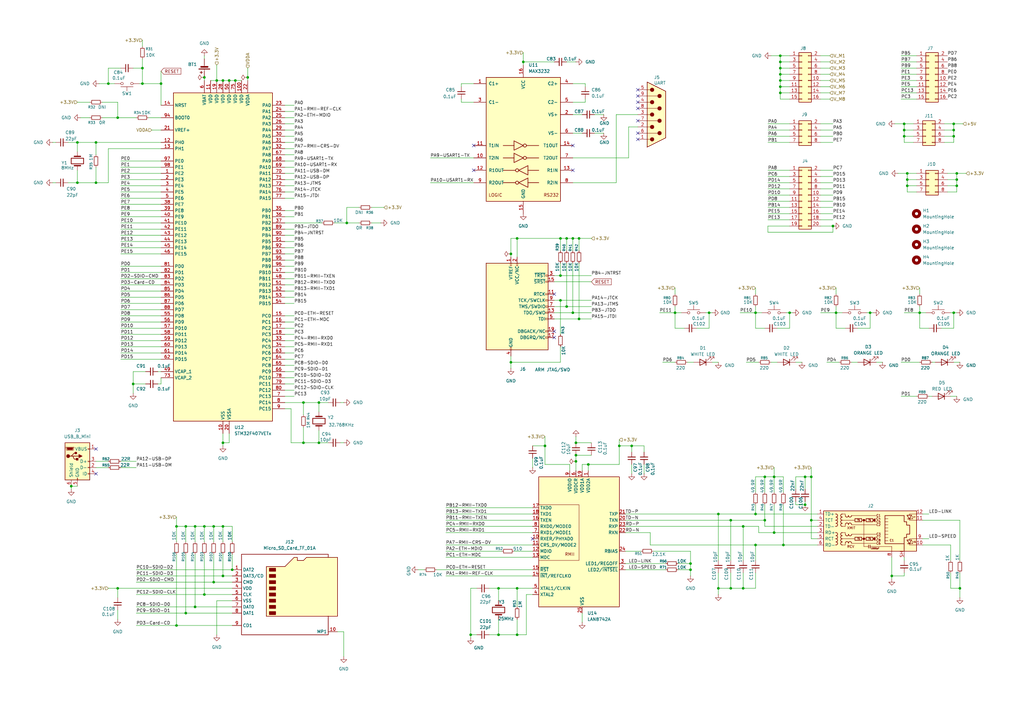
<source format=kicad_sch>
(kicad_sch (version 20250114) (generator "eeschema") (generator_version "9.0")
  (paper "A3")
  (lib_symbols
    (symbol "Connector:Conn_ARM_JTAG_SWD_20" (pin_names (offset 1.016))
      (property "Reference" "J" (at -5.08 21.59 0))
      (property "Value" "Conn_ARM_JTAG_SWD_20" (at -5.08 19.05 0))
      (symbol "Conn_ARM_JTAG_SWD_20_1_1"
        (pin power_in line (at -2.54 20.32 270) (length 2.54) (name "VTREF") (number "1"))
        (pin passive line (at -2.54 -20.32 90) (length 2.54) (hide yes) (name "GND") (number "10"))
        (pin passive line (at -2.54 -20.32 90) (length 2.54) (hide yes) (name "GND") (number "12"))
        (pin passive line (at -2.54 -20.32 90) (length 2.54) (hide yes) (name "GND") (number "14"))
        (pin passive line (at -2.54 -20.32 90) (length 2.54) (hide yes) (name "GND") (number "16"))
        (pin passive line (at -2.54 -20.32 90) (length 2.54) (hide yes) (name "GND") (number "18"))
        (pin passive line (at -2.54 -20.32 90) (length 2.54) (hide yes) (name "GND") (number "20"))
        (pin power_in line (at -2.54 -20.32 90) (length 2.54) (name "GND") (number "4"))
        (pin passive line (at -2.54 -20.32 90) (length 2.54) (hide yes) (name "GND") (number "6"))
        (pin passive line (at -2.54 -20.32 90) (length 2.54) (hide yes) (name "GND") (number "8"))
        (pin power_in line (at 0 20.32 270) (length 2.54) (name "VCC/NC") (number "2"))
        (pin output line (at 15.24 12.7 180) (length 2.54) (name "~{TRST}") (number "3"))
        (pin bidirectional line (at 15.24 10.16 180) (length 2.54) (name "~{SRST}") (number "15"))
        (pin input line (at 15.24 5.08 180) (length 2.54) (name "RTCK") (number "11"))
        (pin output line (at 15.24 2.54 180) (length 2.54) (name "TCK/SWCLK") (number "9"))
        (pin output line (at 15.24 0 180) (length 2.54) (name "TMS/SWDIO") (number "7"))
        (pin input line (at 15.24 -2.54 180) (length 2.54) (name "TDO/SWO") (number "13"))
        (pin output line (at 15.24 -5.08 180) (length 2.54) (name "TDI") (number "5"))
        (pin input line (at 15.24 -10.16 180) (length 2.54) (name "DBGACK/NC") (number "19"))
        (pin output line (at 15.24 -12.7 180) (length 2.54) (name "DBGRQ/NC") (number "17"))
      )
    )
    (symbol "Connector:DE9_Pins" (pin_names (offset 1.016) (hide yes))
      (property "Reference" "J" (at 0 13.97 0))
      (property "Value" "DE9_Pins" (at 0 -14.605 0))
      (symbol "DE9_Pins_1_1"
        (pin passive line (at -7.62 10.16 0) (length 3.81) (name "5") (number "5"))
        (pin passive line (at -7.62 7.62 0) (length 3.81) (name "9") (number "9"))
        (pin passive line (at -7.62 5.08 0) (length 3.81) (name "4") (number "4"))
        (pin passive line (at -7.62 2.54 0) (length 3.81) (name "8") (number "8"))
        (pin passive line (at -7.62 0 0) (length 3.81) (name "3") (number "3"))
        (pin passive line (at -7.62 -2.54 0) (length 3.81) (name "7") (number "7"))
        (pin passive line (at -7.62 -5.08 0) (length 3.81) (name "2") (number "2"))
        (pin passive line (at -7.62 -7.62 0) (length 3.81) (name "6") (number "6"))
        (pin passive line (at -7.62 -10.16 0) (length 3.81) (name "1") (number "1"))
      )
    )
    (symbol "Connector:Micro_SD_CARD_TF01A"
      (property "Reference" "J" (at -17.018 16.51 0))
      (property "Value" "Micro_SD_Card_TF_01A" (at 7.112 16.51 0))
      (symbol "Micro_SD_CARD_TF01A_1_1"
        (pin bidirectional line (at -21.59 8.89 0) (length 3.81) (name "DAT2") (number "1"))
        (pin bidirectional line (at -21.59 6.35 0) (length 3.81) (name "DAT3/CD") (number "2"))
        (pin input line (at -21.59 3.81 0) (length 3.81) (name "CMD") (number "3"))
        (pin power_in line (at -21.59 1.27 0) (length 3.81) (name "VDD") (number "4"))
        (pin input line (at -21.59 -1.27 0) (length 3.81) (name "CLK") (number "5"))
        (pin power_in line (at -21.59 -3.81 0) (length 3.81) (name "VSS") (number "6"))
        (pin bidirectional line (at -21.59 -6.35 0) (length 3.81) (name "DAT0") (number "7"))
        (pin bidirectional line (at -21.59 -8.89 0) (length 3.81) (name "DAT1") (number "8"))
        (pin bidirectional line (at -21.59 -13.97 0) (length 3.81) (name "CD1") (number "9"))
        (pin passive line (at 21.59 -16.51 180) (length 3.81) (name "MP1") (number "10"))
      )
    )
    (symbol "Connector:RJ45_Hanrun_HR911105A_Horizontal"
      (property "Reference" "J" (at 18.415 10.16 0))
      (property "Value" "RJ45_Hanrun_HR911105A_Horizontal" (at -19.05 10.16 0))
      (symbol "RJ45_Hanrun_HR911105A_Horizontal_0_0"
        (text "XMIT" (at -8.255 1.905 0) (effects (font (size 1.016 1.016)) (justify left)))
        (text "RCV" (at -8.255 -5.715 0) (effects (font (size 1.016 1.016)) (justify left)))
        (text "C1" (at 4.699 6.985 0) (effects (font (size 0.889 0.889))))
        (text "C4" (at 4.699 5.715 0) (effects (font (size 0.889 0.889))))
        (text "C5" (at 4.699 4.445 0) (effects (font (size 0.889 0.889))))
        (text "C2" (at 4.699 3.175 0) (effects (font (size 0.889 0.889))))
        (text "C3" (at 4.699 -0.635 0) (effects (font (size 0.889 0.889))))
        (text "C7" (at 4.699 -1.905 0) (effects (font (size 0.889 0.889))))
        (text "C8" (at 4.699 -3.175 0) (effects (font (size 0.889 0.889))))
        (text "C6" (at 4.699 -4.445 0) (effects (font (size 0.889 0.889))))
        (text "C1" (at 10.16 -3.175 0) (effects (font (size 0.889 0.889))))
      )
      (symbol "RJ45_Hanrun_HR911105A_Horizontal_1_0"
        (text "1000pF" (at 3.302 -6.477 0) (effects (font (size 0.635 0.635))))
      )
      (symbol "RJ45_Hanrun_HR911105A_Horizontal_1_1"
        (text "75" (at -3.556 5.08 0) (effects (font (size 0.635 0.635))))
        (text "75" (at -3.556 -2.54 0) (effects (font (size 0.635 0.635))))
        (text "75" (at 1.016 5.08 0) (effects (font (size 0.635 0.635))))
        (text "75" (at 1.016 -2.54 0) (effects (font (size 0.635 0.635))))
        (text "Y" (at 19.558 6.35 0) (effects (font (size 0.635 0.635))))
        (text "G" (at 19.685 -3.81 0) (effects (font (size 0.635 0.635))))
        (pin passive line (at -20.32 7.62 0) (length 2.54) (name "TD+") (number "1"))
        (pin passive line (at -20.32 5.08 0) (length 2.54) (name "TCT") (number "4"))
        (pin passive line (at -20.32 2.54 0) (length 2.54) (name "TD-") (number "2"))
        (pin passive line (at -20.32 0 0) (length 2.54) (name "RD+") (number "3"))
        (pin passive line (at -20.32 -2.54 0) (length 2.54) (name "RCT") (number "5"))
        (pin passive line (at -20.32 -5.08 0) (length 2.54) (name "RD-") (number "6"))
        (pin power_in line (at 10.16 -10.16 90) (length 2.54) (name "") (number "8"))
        (pin passive line (at 15.24 -10.16 90) (length 2.54) (name "") (number "SH"))
        (pin no_connect line (at 20.32 0 0) (length 0) (hide yes) (name "NC") (number "7"))
        (pin passive line (at 22.86 7.62 180) (length 2.54) (name "") (number "12"))
        (pin passive line (at 22.86 5.08 180) (length 2.54) (name "") (number "11"))
        (pin passive line (at 22.86 -2.54 180) (length 2.54) (name "") (number "9"))
        (pin passive line (at 22.86 -5.08 180) (length 2.54) (name "") (number "10"))
      )
    )
    (symbol "Connector:USB_B_Mini" (pin_names (offset 1.016))
      (property "Reference" "J" (at -5.08 11.43 0))
      (property "Value" "USB_B_Mini" (at -5.08 8.89 0))
      (symbol "USB_B_Mini_1_1"
        (pin passive line (at -2.54 -10.16 90) (length 2.54) (name "Shield") (number "6"))
        (pin power_out line (at 0 -10.16 90) (length 2.54) (name "GND") (number "5"))
        (pin power_out line (at 7.62 5.08 180) (length 2.54) (name "VBUS") (number "1"))
        (pin bidirectional line (at 7.62 0 180) (length 2.54) (name "D+") (number "3"))
        (pin bidirectional line (at 7.62 -2.54 180) (length 2.54) (name "D-") (number "2"))
        (pin passive line (at 7.62 -5.08 180) (length 2.54) (name "ID") (number "4"))
      )
    )
    (symbol "Connector_Generic:Conn_02x04_Odd_Even" (pin_names (offset 1.016) (hide yes))
      (property "Reference" "J" (at 1.27 5.08 0))
      (property "Value" "Conn_02x04_Odd_Even" (at 1.27 -7.62 0))
      (symbol "Conn_02x04_Odd_Even_1_1"
        (pin passive line (at -5.08 2.54 0) (length 3.81) (name "Pin_1") (number "1"))
        (pin passive line (at -5.08 0 0) (length 3.81) (name "Pin_3") (number "3"))
        (pin passive line (at -5.08 -2.54 0) (length 3.81) (name "Pin_5") (number "5"))
        (pin passive line (at -5.08 -5.08 0) (length 3.81) (name "Pin_7") (number "7"))
        (pin passive line (at 7.62 2.54 180) (length 3.81) (name "Pin_2") (number "2"))
        (pin passive line (at 7.62 0 180) (length 3.81) (name "Pin_4") (number "4"))
        (pin passive line (at 7.62 -2.54 180) (length 3.81) (name "Pin_6") (number "6"))
        (pin passive line (at 7.62 -5.08 180) (length 3.81) (name "Pin_8") (number "8"))
      )
    )
    (symbol "Connector_Generic:Conn_02x08_Odd_Even" (pin_names (offset 1.016) (hide yes))
      (property "Reference" "J" (at 1.27 10.16 0))
      (property "Value" "Conn_02x08_Odd_Even" (at 1.27 -12.7 0))
      (symbol "Conn_02x08_Odd_Even_1_1"
        (pin passive line (at -5.08 7.62 0) (length 3.81) (name "Pin_1") (number "1"))
        (pin passive line (at -5.08 5.08 0) (length 3.81) (name "Pin_3") (number "3"))
        (pin passive line (at -5.08 2.54 0) (length 3.81) (name "Pin_5") (number "5"))
        (pin passive line (at -5.08 0 0) (length 3.81) (name "Pin_7") (number "7"))
        (pin passive line (at -5.08 -2.54 0) (length 3.81) (name "Pin_9") (number "9"))
        (pin passive line (at -5.08 -5.08 0) (length 3.81) (name "Pin_11") (number "11"))
        (pin passive line (at -5.08 -7.62 0) (length 3.81) (name "Pin_13") (number "13"))
        (pin passive line (at -5.08 -10.16 0) (length 3.81) (name "Pin_15") (number "15"))
        (pin passive line (at 7.62 7.62 180) (length 3.81) (name "Pin_2") (number "2"))
        (pin passive line (at 7.62 5.08 180) (length 3.81) (name "Pin_4") (number "4"))
        (pin passive line (at 7.62 2.54 180) (length 3.81) (name "Pin_6") (number "6"))
        (pin passive line (at 7.62 0 180) (length 3.81) (name "Pin_8") (number "8"))
        (pin passive line (at 7.62 -2.54 180) (length 3.81) (name "Pin_10") (number "10"))
        (pin passive line (at 7.62 -5.08 180) (length 3.81) (name "Pin_12") (number "12"))
        (pin passive line (at 7.62 -7.62 180) (length 3.81) (name "Pin_14") (number "14"))
        (pin passive line (at 7.62 -10.16 180) (length 3.81) (name "Pin_16") (number "16"))
      )
    )
    (symbol "Connector_Generic:Conn_02x10_Odd_Even" (pin_names (offset 1.016) (hide yes))
      (property "Reference" "J" (at 1.27 12.7 0))
      (property "Value" "Conn_02x10_Odd_Even" (at 1.27 -15.24 0))
      (symbol "Conn_02x10_Odd_Even_1_1"
        (pin passive line (at -5.08 10.16 0) (length 3.81) (name "Pin_1") (number "1"))
        (pin passive line (at -5.08 7.62 0) (length 3.81) (name "Pin_3") (number "3"))
        (pin passive line (at -5.08 5.08 0) (length 3.81) (name "Pin_5") (number "5"))
        (pin passive line (at -5.08 2.54 0) (length 3.81) (name "Pin_7") (number "7"))
        (pin passive line (at -5.08 0 0) (length 3.81) (name "Pin_9") (number "9"))
        (pin passive line (at -5.08 -2.54 0) (length 3.81) (name "Pin_11") (number "11"))
        (pin passive line (at -5.08 -5.08 0) (length 3.81) (name "Pin_13") (number "13"))
        (pin passive line (at -5.08 -7.62 0) (length 3.81) (name "Pin_15") (number "15"))
        (pin passive line (at -5.08 -10.16 0) (length 3.81) (name "Pin_17") (number "17"))
        (pin passive line (at -5.08 -12.7 0) (length 3.81) (name "Pin_19") (number "19"))
        (pin passive line (at 7.62 10.16 180) (length 3.81) (name "Pin_2") (number "2"))
        (pin passive line (at 7.62 7.62 180) (length 3.81) (name "Pin_4") (number "4"))
        (pin passive line (at 7.62 5.08 180) (length 3.81) (name "Pin_6") (number "6"))
        (pin passive line (at 7.62 2.54 180) (length 3.81) (name "Pin_8") (number "8"))
        (pin passive line (at 7.62 0 180) (length 3.81) (name "Pin_10") (number "10"))
        (pin passive line (at 7.62 -2.54 180) (length 3.81) (name "Pin_12") (number "12"))
        (pin passive line (at 7.62 -5.08 180) (length 3.81) (name "Pin_14") (number "14"))
        (pin passive line (at 7.62 -7.62 180) (length 3.81) (name "Pin_16") (number "16"))
        (pin passive line (at 7.62 -10.16 180) (length 3.81) (name "Pin_18") (number "18"))
        (pin passive line (at 7.62 -12.7 180) (length 3.81) (name "Pin_20") (number "20"))
      )
    )
    (symbol "Device:Battery_Cell" (pin_numbers (hide yes)) (pin_names (offset 0) (hide yes))
      (property "Reference" "BT" (at 2.54 2.54 0))
      (property "Value" "Battery_Cell" (at 2.54 0 0))
      (symbol "Battery_Cell_1_1"
        (pin passive line (at 0 5.08 270) (length 2.54) (name "+") (number "1"))
        (pin passive line (at 0 -2.54 90) (length 2.54) (name "-") (number "2"))
      )
    )
    (symbol "Device:C_Small" (pin_numbers (hide yes)) (pin_names (offset 0.254) (hide yes))
      (property "Reference" "C" (at 0.254 1.778 0))
      (property "Value" "C_Small" (at 0.254 -2.032 0))
      (symbol "C_Small_1_1"
        (pin passive line (at 0 2.54 270) (length 2.032) (name "~") (number "1"))
        (pin passive line (at 0 -2.54 90) (length 2.032) (name "~") (number "2"))
      )
    )
    (symbol "Device:Crystal" (pin_numbers (hide yes)) (pin_names (offset 1.016) (hide yes))
      (property "Reference" "Y" (at 0 3.81 0))
      (property "Value" "Crystal" (at 0 -3.81 0))
      (symbol "Crystal_1_1"
        (pin passive line (at -3.81 0 0) (length 1.27) (name "1") (number "1"))
        (pin passive line (at 3.81 0 180) (length 1.27) (name "2") (number "2"))
      )
    )
    (symbol "Device:LED" (pin_numbers (hide yes)) (pin_names (offset 1.016) (hide yes))
      (property "Reference" "D" (at 0 2.54 0))
      (property "Value" "LED" (at 0 -2.54 0))
      (symbol "LED_1_1"
        (pin passive line (at -3.81 0 0) (length 2.54) (name "K") (number "1"))
        (pin passive line (at 3.81 0 180) (length 2.54) (name "A") (number "2"))
      )
    )
    (symbol "Device:R_Small" (pin_numbers (hide yes)) (pin_names (offset 0.254) (hide yes))
      (property "Reference" "R" (at 0 0 90))
      (property "Value" "R_Small" (at 1.778 0 90))
      (symbol "R_Small_1_1"
        (pin passive line (at 0 2.54 270) (length 0.762) (name "~") (number "1"))
        (pin passive line (at 0 -2.54 90) (length 0.762) (name "~") (number "2"))
      )
    )
    (symbol "Interface_Ethernet:LAN8742A"
      (property "Reference" "U" (at -13.97 29.21 0))
      (property "Value" "LAN8742A" (at 15.24 29.21 0))
      (symbol "LAN8742A_0_0"
        (text "RMII" (at -5.08 -3.81 0) (effects (font (size 1.27 1.27))))
      )
      (symbol "LAN8742A_1_1"
        (pin input line (at -20.32 15.24 0) (length 2.54) (name "TXD0") (number "17"))
        (pin input line (at -20.32 12.7 0) (length 2.54) (name "TXD1") (number "18"))
        (pin input line (at -20.32 10.16 0) (length 2.54) (name "TXEN") (number "16"))
        (pin bidirectional line (at -20.32 7.62 0) (length 2.54) (name "RXD0/MODE0") (number "8"))
        (pin bidirectional line (at -20.32 5.08 0) (length 2.54) (name "RXD1/MODE1") (number "7"))
        (pin output line (at -20.32 2.54 0) (length 2.54) (name "RXER/PHYAD0") (number "10"))
        (pin bidirectional line (at -20.32 0 0) (length 2.54) (name "CRS_DV/MODE2") (number "11"))
        (pin bidirectional line (at -20.32 -2.54 0) (length 2.54) (name "MDIO") (number "12"))
        (pin input line (at -20.32 -5.08 0) (length 2.54) (name "MDC") (number "13"))
        (pin input line (at -20.32 -10.16 0) (length 2.54) (name "~{RST}") (number "15"))
        (pin output line (at -20.32 -12.7 0) (length 2.54) (name "~{INT}/REFCLKO") (number "14"))
        (pin input line (at -20.32 -17.78 0) (length 2.54) (name "XTAL1/CLKIN") (number "5"))
        (pin output line (at -20.32 -20.32 0) (length 2.54) (name "XTAL2") (number "4"))
        (pin power_in line (at -5.08 30.48 270) (length 2.54) (name "VDDIO") (number "9"))
        (pin power_in line (at -2.54 30.48 270) (length 2.54) (name "VDDCR") (number "6"))
        (pin power_in line (at 0 30.48 270) (length 2.54) (name "VDD1A") (number "19"))
        (pin power_in line (at 0 -27.94 90) (length 2.54) (name "VSS") (number "25"))
        (pin power_in line (at 2.54 30.48 270) (length 2.54) (name "VDD2A") (number "1"))
        (pin passive line (at 17.78 12.7 180) (length 2.54) (name "TXP") (number "21"))
        (pin passive line (at 17.78 10.16 180) (length 2.54) (name "TXN") (number "20"))
        (pin passive line (at 17.78 7.62 180) (length 2.54) (name "RXP") (number "23"))
        (pin passive line (at 17.78 5.08 180) (length 2.54) (name "RXN") (number "22"))
        (pin passive line (at 17.78 -2.54 180) (length 2.54) (name "RBIAS") (number "24"))
        (pin bidirectional line (at 17.78 -7.62 180) (length 2.54) (name "LED1/REGOFF") (number "3"))
        (pin bidirectional line (at 17.78 -10.16 180) (length 2.54) (name "LED2/~{INTSEL}") (number "2"))
      )
    )
    (symbol "Interface_UART:MAX3232" (pin_names (offset 1.016))
      (property "Reference" "U" (at -2.54 28.575 0))
      (property "Value" "MAX3232" (at -2.54 26.67 0))
      (symbol "MAX3232_0_0"
        (text "LOGIC" (at -11.43 -22.86 0) (effects (font (size 1.27 1.27))))
        (text "RS232" (at 11.43 -22.86 0) (effects (font (size 1.27 1.27))))
      )
      (symbol "MAX3232_1_1"
        (pin passive line (at -20.32 22.86 0) (length 5.08) (name "C1+") (number "1"))
        (pin passive line (at -20.32 15.24 0) (length 5.08) (name "C1-") (number "3"))
        (pin input line (at -20.32 -2.54 0) (length 5.08) (name "T1IN") (number "11"))
        (pin input line (at -20.32 -7.62 0) (length 5.08) (name "T2IN") (number "10"))
        (pin output line (at -20.32 -12.7 0) (length 5.08) (name "R1OUT") (number "12"))
        (pin output line (at -20.32 -17.78 0) (length 5.08) (name "R2OUT") (number "9"))
        (pin power_in line (at 0 30.48 270) (length 5.08) (name "VCC") (number "16"))
        (pin power_in line (at 0 -30.48 90) (length 5.08) (name "GND") (number "15"))
        (pin passive line (at 20.32 22.86 180) (length 5.08) (name "C2+") (number "4"))
        (pin passive line (at 20.32 15.24 180) (length 5.08) (name "C2-") (number "5"))
        (pin power_out line (at 20.32 10.16 180) (length 5.08) (name "VS+") (number "2"))
        (pin power_out line (at 20.32 2.54 180) (length 5.08) (name "VS-") (number "6"))
        (pin output line (at 20.32 -2.54 180) (length 5.08) (name "T1OUT") (number "14"))
        (pin output line (at 20.32 -7.62 180) (length 5.08) (name "T2OUT") (number "7"))
        (pin input line (at 20.32 -12.7 180) (length 5.08) (name "R1IN") (number "13"))
        (pin input line (at 20.32 -17.78 180) (length 5.08) (name "R2IN") (number "8"))
      )
    )
    (symbol "MCU_ST_STM32F4:STM32F407VETx"
      (property "Reference" "U" (at -20.32 69.85 0))
      (property "Value" "STM32F407VETx" (at 12.7 69.85 0))
      (symbol "STM32F407VETx_1_1"
        (pin input line (at -25.4 63.5 0) (length 5.08) (name "NRST") (number "14"))
        (pin input line (at -25.4 58.42 0) (length 5.08) (name "BOOT0") (number "94"))
        (pin input line (at -25.4 53.34 0) (length 5.08) (name "VREF+") (number "21"))
        (pin bidirectional line (at -25.4 48.26 0) (length 5.08) (name "PH0") (number "12"))
        (pin bidirectional line (at -25.4 45.72 0) (length 5.08) (name "PH1") (number "13"))
        (pin bidirectional line (at -25.4 40.64 0) (length 5.08) (name "PE0") (number "97"))
        (pin bidirectional line (at -25.4 38.1 0) (length 5.08) (name "PE1") (number "98"))
        (pin bidirectional line (at -25.4 35.56 0) (length 5.08) (name "PE2") (number "1"))
        (pin bidirectional line (at -25.4 33.02 0) (length 5.08) (name "PE3") (number "2"))
        (pin bidirectional line (at -25.4 30.48 0) (length 5.08) (name "PE4") (number "3"))
        (pin bidirectional line (at -25.4 27.94 0) (length 5.08) (name "PE5") (number "4"))
        (pin bidirectional line (at -25.4 25.4 0) (length 5.08) (name "PE6") (number "5"))
        (pin bidirectional line (at -25.4 22.86 0) (length 5.08) (name "PE7") (number "38"))
        (pin bidirectional line (at -25.4 20.32 0) (length 5.08) (name "PE8") (number "39"))
        (pin bidirectional line (at -25.4 17.78 0) (length 5.08) (name "PE9") (number "40"))
        (pin bidirectional line (at -25.4 15.24 0) (length 5.08) (name "PE10") (number "41"))
        (pin bidirectional line (at -25.4 12.7 0) (length 5.08) (name "PE11") (number "42"))
        (pin bidirectional line (at -25.4 10.16 0) (length 5.08) (name "PE12") (number "43"))
        (pin bidirectional line (at -25.4 7.62 0) (length 5.08) (name "PE13") (number "44"))
        (pin bidirectional line (at -25.4 5.08 0) (length 5.08) (name "PE14") (number "45"))
        (pin bidirectional line (at -25.4 2.54 0) (length 5.08) (name "PE15") (number "46"))
        (pin bidirectional line (at -25.4 -2.54 0) (length 5.08) (name "PD0") (number "81"))
        (pin bidirectional line (at -25.4 -5.08 0) (length 5.08) (name "PD1") (number "82"))
        (pin bidirectional line (at -25.4 -7.62 0) (length 5.08) (name "PD2") (number "83"))
        (pin bidirectional line (at -25.4 -10.16 0) (length 5.08) (name "PD3") (number "84"))
        (pin bidirectional line (at -25.4 -12.7 0) (length 5.08) (name "PD4") (number "85"))
        (pin bidirectional line (at -25.4 -15.24 0) (length 5.08) (name "PD5") (number "86"))
        (pin bidirectional line (at -25.4 -17.78 0) (length 5.08) (name "PD6") (number "87"))
        (pin bidirectional line (at -25.4 -20.32 0) (length 5.08) (name "PD7") (number "88"))
        (pin bidirectional line (at -25.4 -22.86 0) (length 5.08) (name "PD8") (number "55"))
        (pin bidirectional line (at -25.4 -25.4 0) (length 5.08) (name "PD9") (number "56"))
        (pin bidirectional line (at -25.4 -27.94 0) (length 5.08) (name "PD10") (number "57"))
        (pin bidirectional line (at -25.4 -30.48 0) (length 5.08) (name "PD11") (number "58"))
        (pin bidirectional line (at -25.4 -33.02 0) (length 5.08) (name "PD12") (number "59"))
        (pin bidirectional line (at -25.4 -35.56 0) (length 5.08) (name "PD13") (number "60"))
        (pin bidirectional line (at -25.4 -38.1 0) (length 5.08) (name "PD14") (number "61"))
        (pin bidirectional line (at -25.4 -40.64 0) (length 5.08) (name "PD15") (number "62"))
        (pin power_out line (at -25.4 -45.72 0) (length 5.08) (name "VCAP_1") (number "49"))
        (pin power_out line (at -25.4 -48.26 0) (length 5.08) (name "VCAP_2") (number "73"))
        (pin power_in line (at -7.62 73.66 270) (length 5.08) (name "VBAT") (number "6"))
        (pin power_in line (at -5.08 73.66 270) (length 5.08) (name "VDD") (number "11"))
        (pin power_in line (at -2.54 73.66 270) (length 5.08) (name "VDD") (number "19"))
        (pin power_in line (at 0 73.66 270) (length 5.08) (name "VDD") (number "28"))
        (pin power_in line (at 0 -71.12 90) (length 5.08) (name "VSS") (number "10"))
        (pin passive line (at 0 -71.12 90) (length 5.08) (hide yes) (name "VSS") (number "27"))
        (pin passive line (at 0 -71.12 90) (length 5.08) (hide yes) (name "VSS") (number "74"))
        (pin passive line (at 0 -71.12 90) (length 5.08) (hide yes) (name "VSS") (number "99"))
        (pin power_in line (at 2.54 73.66 270) (length 5.08) (name "VDD") (number "50"))
        (pin power_in line (at 2.54 -71.12 90) (length 5.08) (name "VSSA") (number "20"))
        (pin power_in line (at 5.08 73.66 270) (length 5.08) (name "VDD") (number "75"))
        (pin power_in line (at 7.62 73.66 270) (length 5.08) (name "VDD") (number "100"))
        (pin power_in line (at 10.16 73.66 270) (length 5.08) (name "VDDA") (number "22"))
        (pin bidirectional line (at 25.4 63.5 180) (length 5.08) (name "PA0") (number "23"))
        (pin bidirectional line (at 25.4 60.96 180) (length 5.08) (name "PA1") (number "24"))
        (pin bidirectional line (at 25.4 58.42 180) (length 5.08) (name "PA2") (number "25"))
        (pin bidirectional line (at 25.4 55.88 180) (length 5.08) (name "PA3") (number "26"))
        (pin bidirectional line (at 25.4 53.34 180) (length 5.08) (name "PA4") (number "29"))
        (pin bidirectional line (at 25.4 50.8 180) (length 5.08) (name "PA5") (number "30"))
        (pin bidirectional line (at 25.4 48.26 180) (length 5.08) (name "PA6") (number "31"))
        (pin bidirectional line (at 25.4 45.72 180) (length 5.08) (name "PA7") (number "32"))
        (pin bidirectional line (at 25.4 43.18 180) (length 5.08) (name "PA8") (number "67"))
        (pin bidirectional line (at 25.4 40.64 180) (length 5.08) (name "PA9") (number "68"))
        (pin bidirectional line (at 25.4 38.1 180) (length 5.08) (name "PA10") (number "69"))
        (pin bidirectional line (at 25.4 35.56 180) (length 5.08) (name "PA11") (number "70"))
        (pin bidirectional line (at 25.4 33.02 180) (length 5.08) (name "PA12") (number "71"))
        (pin bidirectional line (at 25.4 30.48 180) (length 5.08) (name "PA13") (number "72"))
        (pin bidirectional line (at 25.4 27.94 180) (length 5.08) (name "PA14") (number "76"))
        (pin bidirectional line (at 25.4 25.4 180) (length 5.08) (name "PA15") (number "77"))
        (pin bidirectional line (at 25.4 20.32 180) (length 5.08) (name "PB0") (number "35"))
        (pin bidirectional line (at 25.4 17.78 180) (length 5.08) (name "PB1") (number "36"))
        (pin bidirectional line (at 25.4 15.24 180) (length 5.08) (name "PB2") (number "37"))
        (pin bidirectional line (at 25.4 12.7 180) (length 5.08) (name "PB3") (number "89"))
        (pin bidirectional line (at 25.4 10.16 180) (length 5.08) (name "PB4") (number "90"))
        (pin bidirectional line (at 25.4 7.62 180) (length 5.08) (name "PB5") (number "91"))
        (pin bidirectional line (at 25.4 5.08 180) (length 5.08) (name "PB6") (number "92"))
        (pin bidirectional line (at 25.4 2.54 180) (length 5.08) (name "PB7") (number "93"))
        (pin bidirectional line (at 25.4 0 180) (length 5.08) (name "PB8") (number "95"))
        (pin bidirectional line (at 25.4 -2.54 180) (length 5.08) (name "PB9") (number "96"))
        (pin bidirectional line (at 25.4 -5.08 180) (length 5.08) (name "PB10") (number "47"))
        (pin bidirectional line (at 25.4 -7.62 180) (length 5.08) (name "PB11") (number "48"))
        (pin bidirectional line (at 25.4 -10.16 180) (length 5.08) (name "PB12") (number "51"))
        (pin bidirectional line (at 25.4 -12.7 180) (length 5.08) (name "PB13") (number "52"))
        (pin bidirectional line (at 25.4 -15.24 180) (length 5.08) (name "PB14") (number "53"))
        (pin bidirectional line (at 25.4 -17.78 180) (length 5.08) (name "PB15") (number "54"))
        (pin bidirectional line (at 25.4 -22.86 180) (length 5.08) (name "PC0") (number "15"))
        (pin bidirectional line (at 25.4 -25.4 180) (length 5.08) (name "PC1") (number "16"))
        (pin bidirectional line (at 25.4 -27.94 180) (length 5.08) (name "PC2") (number "17"))
        (pin bidirectional line (at 25.4 -30.48 180) (length 5.08) (name "PC3") (number "18"))
        (pin bidirectional line (at 25.4 -33.02 180) (length 5.08) (name "PC4") (number "33"))
        (pin bidirectional line (at 25.4 -35.56 180) (length 5.08) (name "PC5") (number "34"))
        (pin bidirectional line (at 25.4 -38.1 180) (length 5.08) (name "PC6") (number "63"))
        (pin bidirectional line (at 25.4 -40.64 180) (length 5.08) (name "PC7") (number "64"))
        (pin bidirectional line (at 25.4 -43.18 180) (length 5.08) (name "PC8") (number "65"))
        (pin bidirectional line (at 25.4 -45.72 180) (length 5.08) (name "PC9") (number "66"))
        (pin bidirectional line (at 25.4 -48.26 180) (length 5.08) (name "PC10") (number "78"))
        (pin bidirectional line (at 25.4 -50.8 180) (length 5.08) (name "PC11") (number "79"))
        (pin bidirectional line (at 25.4 -53.34 180) (length 5.08) (name "PC12") (number "80"))
        (pin bidirectional line (at 25.4 -55.88 180) (length 5.08) (name "PC13") (number "7"))
        (pin bidirectional line (at 25.4 -58.42 180) (length 5.08) (name "PC14") (number "8"))
        (pin bidirectional line (at 25.4 -60.96 180) (length 5.08) (name "PC15") (number "9"))
      )
    )
    (symbol "Mechanical:MountingHole" (pin_names (offset 1.016)) (in_bom no)
      (property "Reference" "H" (at 0 5.08 0))
      (property "Value" "MountingHole" (at 0 3.175 0))
    )
    (symbol "Switch:SW_Push" (pin_numbers (hide yes)) (pin_names (offset 1.016) (hide yes))
      (property "Reference" "SW" (at 1.27 2.54 0))
      (property "Value" "SW_Push" (at 0 -1.524 0))
      (symbol "SW_Push_0_1"
        (pin passive line (at -5.08 0 0) (length 2.54) (name "1") (number "1"))
        (pin passive line (at 5.08 0 180) (length 2.54) (name "2") (number "2"))
      )
    )
    (symbol "power:GND" (power) (pin_numbers (hide yes)) (pin_names (offset 0) (hide yes))
      (property "Value" "GND" (at 0 -3.81 0))
      (symbol "GND_1_1"
        (pin power_in line (at 0 0 270) (length 0) (name "~") (number "1"))
      )
    )
    (symbol "power:PWR_FLAG" (power) (pin_numbers (hide yes)) (pin_names (offset 0) (hide yes))
      (property "Value" "PWR_FLAG" (at 0 3.81 0))
      (symbol "PWR_FLAG_0_0"
        (pin power_out line (at 0 0 90) (length 0) (name "~") (number "1"))
      )
    )
  )
  (junction (at 232.41 125.73))
  (junction (at 330.2 207.01))
  (junction (at 66.04 34.29))
  (junction (at 332.74 213.36))
  (junction (at 204.47 241.3))
  (junction (at 83.82 31.75))
  (junction (at 87.63 215.9))
  (junction (at 304.8 241.3))
  (junction (at 80.01 215.9))
  (junction (at 356.87 128.27))
  (junction (at 101.6 31.75))
  (junction (at 76.2 251.46))
  (junction (at 96.52 33.02))
  (junction (at 370.84 53.34))
  (junction (at 44.45 34.29))
  (junction (at 234.95 128.27))
  (junction (at 83.82 215.9))
  (junction (at 372.11 73.66))
  (junction (at 236.22 189.23))
  (junction (at 304.8 215.9))
  (junction (at 290.83 128.27))
  (junction (at 254 182.88))
  (junction (at 259.08 182.88))
  (junction (at 39.37 58.42))
  (junction (at 283.21 231.14))
  (junction (at 393.7 241.3))
  (junction (at 91.44 33.02))
  (junction (at 88.9 33.02))
  (junction (at 93.98 33.02))
  (junction (at 370.84 55.88))
  (junction (at 320.04 22.86))
  (junction (at 193.04 260.35))
  (junction (at 313.69 213.36))
  (junction (at 370.84 50.8))
  (junction (at 58.42 34.29))
  (junction (at 317.5 218.44))
  (junction (at 209.55 148.59))
  (junction (at 54.61 157.48))
  (junction (at 294.64 241.3))
  (junction (at 232.41 97.79))
  (junction (at 294.64 210.82))
  (junction (at 39.37 74.93))
  (junction (at 323.85 128.27))
  (junction (at 237.49 130.81))
  (junction (at 130.81 181.61))
  (junction (at 48.26 48.26))
  (junction (at 372.11 76.2))
  (junction (at 91.44 181.61))
  (junction (at 237.49 97.79))
  (junction (at 58.42 27.94))
  (junction (at 223.52 182.88))
  (junction (at 309.88 210.82))
  (junction (at 214.63 25.4))
  (junction (at 95.25 233.68))
  (junction (at 320.04 30.48))
  (junction (at 372.11 71.12))
  (junction (at 234.95 97.79))
  (junction (at 320.04 35.56))
  (junction (at 212.09 241.3))
  (junction (at 320.04 38.1))
  (junction (at 31.75 74.93))
  (junction (at 29.21 199.39))
  (junction (at 130.81 165.1))
  (junction (at 209.55 104.14))
  (junction (at 236.22 181.61))
  (junction (at 31.75 58.42))
  (junction (at 87.63 238.76))
  (junction (at 320.04 33.02))
  (junction (at 321.31 223.52))
  (junction (at 204.47 260.35))
  (junction (at 332.74 195.58))
  (junction (at 391.16 55.88))
  (junction (at 392.43 76.2))
  (junction (at 392.43 71.12))
  (junction (at 124.46 181.61))
  (junction (at 391.16 128.27))
  (junction (at 72.39 215.9))
  (junction (at 299.72 213.36))
  (junction (at 313.69 195.58))
  (junction (at 83.82 243.84))
  (junction (at 341.63 92.71))
  (junction (at 80.01 248.92))
  (junction (at 377.19 128.27))
  (junction (at 212.09 97.79))
  (junction (at 342.9 128.27))
  (junction (at 48.26 241.3))
  (junction (at 276.86 128.27))
  (junction (at 229.87 123.19))
  (junction (at 320.04 27.94))
  (junction (at 309.88 223.52))
  (junction (at 309.88 128.27))
  (junction (at 241.3 190.5))
  (junction (at 330.2 195.58))
  (junction (at 142.24 91.44))
  (junction (at 317.5 195.58))
  (junction (at 392.43 73.66))
  (junction (at 72.39 256.54))
  (junction (at 283.21 233.68))
  (junction (at 76.2 215.9))
  (junction (at 299.72 241.3))
  (junction (at 391.16 53.34))
  (junction (at 320.04 25.4))
  (junction (at 212.09 260.35))
  (junction (at 91.44 236.22))
  (junction (at 91.44 215.9))
  (junction (at 365.76 236.22))
  (junction (at 236.22 186.69))
  (junction (at 124.46 165.1))
  (junction (at 229.87 97.79))
  (junction (at 229.87 113.03))
  (junction (at 391.16 50.8))
  (no_connect (at 234.95 59.69))
  (no_connect (at 218.44 220.98))
  (no_connect (at 261.62 44.45))
  (no_connect (at 227.33 138.43))
  (no_connect (at 261.62 57.15))
  (no_connect (at 261.62 36.83))
  (no_connect (at 261.62 54.61))
  (no_connect (at 261.62 41.91))
  (no_connect (at 39.37 184.15))
  (no_connect (at 194.31 69.85))
  (no_connect (at 227.33 135.89))
  (no_connect (at 194.31 59.69))
  (no_connect (at 227.33 120.65))
  (no_connect (at 39.37 194.31))
  (no_connect (at 234.95 69.85))
  (no_connect (at 261.62 49.53))
  (no_connect (at 261.62 39.37))
  (wire (pts (xy 212.09 241.3) (xy 218.44 241.3)))
  (wire (pts (xy 389.89 241.3) (xy 389.89 234.95)))
  (wire (pts (xy 320.04 30.48) (xy 320.04 33.02)))
  (wire (pts (xy 116.84 81.28) (xy 120.65 81.28)))
  (wire (pts (xy 283.21 226.06) (xy 283.21 231.14)))
  (wire (pts (xy 322.58 128.27) (xy 323.85 128.27)))
  (wire (pts (xy 189.23 34.29) (xy 194.31 34.29)))
  (wire (pts (xy 254 180.34) (xy 254 182.88)))
  (wire (pts (xy 218.44 187.96) (xy 218.44 191.77)))
  (wire (pts (xy 137.16 91.44) (xy 142.24 91.44)))
  (wire (pts (xy 116.84 167.64) (xy 119.38 167.64)))
  (wire (pts (xy 299.72 241.3) (xy 304.8 241.3)))
  (wire (pts (xy 370.84 228.6) (xy 370.84 229.87)))
  (wire (pts (xy 339.09 148.59) (xy 344.17 148.59)))
  (wire (pts (xy 132.08 91.44) (xy 116.84 91.44)))
  (wire (pts (xy 254 182.88) (xy 254 190.5)))
  (wire (pts (xy 237.49 97.79) (xy 242.57 97.79)))
  (wire (pts (xy 238.76 190.5) (xy 238.76 193.04)))
  (wire (pts (xy 336.55 80.01) (xy 341.63 80.01)))
  (wire (pts (xy 49.53 144.78) (xy 66.04 144.78)))
  (wire (pts (xy 232.41 97.79) (xy 232.41 102.87)))
  (wire (pts (xy 49.53 111.76) (xy 66.04 111.76)))
  (wire (pts (xy 276.86 120.65) (xy 276.86 118.11)))
  (wire (pts (xy 91.44 181.61) (xy 93.98 181.61)))
  (wire (pts (xy 370.84 234.95) (xy 370.84 236.22)))
  (wire (pts (xy 49.53 96.52) (xy 66.04 96.52)))
  (wire (pts (xy 330.2 200.66) (xy 330.2 195.58)))
  (wire (pts (xy 266.7 218.44) (xy 266.7 223.52)))
  (wire (pts (xy 391.16 50.8) (xy 391.16 53.34)))
  (wire (pts (xy 336.55 90.17) (xy 341.63 90.17)))
  (wire (pts (xy 116.84 53.34) (xy 120.65 53.34)))
  (wire (pts (xy 88.9 26.67) (xy 88.9 33.02)))
  (wire (pts (xy 270.51 128.27) (xy 276.86 128.27)))
  (wire (pts (xy 116.84 165.1) (xy 124.46 165.1)))
  (wire (pts (xy 294.64 210.82) (xy 294.64 229.87)))
  (wire (pts (xy 116.84 93.98) (xy 120.65 93.98)))
  (wire (pts (xy 116.84 96.52) (xy 120.65 96.52)))
  (wire (pts (xy 356.87 128.27) (xy 358.14 128.27)))
  (wire (pts (xy 189.23 41.91) (xy 189.23 40.64)))
  (wire (pts (xy 309.88 210.82) (xy 335.28 210.82)))
  (wire (pts (xy 237.49 107.95) (xy 237.49 130.81)))
  (wire (pts (xy 87.63 227.33) (xy 87.63 238.76)))
  (wire (pts (xy 116.84 48.26) (xy 120.65 48.26)))
  (wire (pts (xy 116.84 132.08) (xy 120.65 132.08)))
  (wire (pts (xy 212.09 97.79) (xy 212.09 105.41)))
  (wire (pts (xy 240.03 40.64) (xy 240.03 41.91)))
  (wire (pts (xy 49.53 101.6) (xy 66.04 101.6)))
  (wire (pts (xy 76.2 227.33) (xy 76.2 251.46)))
  (wire (pts (xy 382.27 148.59) (xy 383.54 148.59)))
  (wire (pts (xy 303.53 128.27) (xy 309.88 128.27)))
  (wire (pts (xy 124.46 181.61) (xy 130.81 181.61)))
  (wire (pts (xy 119.38 167.64) (xy 119.38 181.61)))
  (wire (pts (xy 55.88 238.76) (xy 87.63 238.76)))
  (wire (pts (xy 240.03 41.91) (xy 234.95 41.91)))
  (wire (pts (xy 311.15 218.44) (xy 317.5 218.44)))
  (wire (pts (xy 234.95 64.77) (xy 257.81 64.77)))
  (wire (pts (xy 257.81 64.77) (xy 257.81 52.07)))
  (wire (pts (xy 49.53 88.9) (xy 66.04 88.9)))
  (wire (pts (xy 48.26 48.26) (xy 55.88 48.26)))
  (wire (pts (xy 116.84 45.72) (xy 120.65 45.72)))
  (wire (pts (xy 388.62 78.74) (xy 392.43 78.74)))
  (wire (pts (xy 95.25 227.33) (xy 95.25 233.68)))
  (wire (pts (xy 116.84 154.94) (xy 120.65 154.94)))
  (wire (pts (xy 232.41 25.4) (xy 236.22 25.4)))
  (wire (pts (xy 234.95 97.79) (xy 237.49 97.79)))
  (wire (pts (xy 336.55 82.55) (xy 341.63 82.55)))
  (wire (pts (xy 320.04 22.86) (xy 323.85 22.86)))
  (wire (pts (xy 49.53 134.62) (xy 66.04 134.62)))
  (wire (pts (xy 320.04 40.64) (xy 323.85 40.64)))
  (wire (pts (xy 229.87 148.59) (xy 229.87 142.24)))
  (wire (pts (xy 49.53 78.74) (xy 66.04 78.74)))
  (wire (pts (xy 309.88 223.52) (xy 321.31 223.52)))
  (wire (pts (xy 317.5 207.01) (xy 317.5 218.44)))
  (wire (pts (xy 306.07 148.59) (xy 311.15 148.59)))
  (wire (pts (xy 370.84 50.8) (xy 370.84 53.34)))
  (wire (pts (xy 156.21 91.44) (xy 152.4 91.44)))
  (wire (pts (xy 237.49 130.81) (xy 242.57 130.81)))
  (wire (pts (xy 336.55 30.48) (xy 340.36 30.48)))
  (wire (pts (xy 227.33 128.27) (xy 234.95 128.27)))
  (wire (pts (xy 234.95 54.61) (xy 238.76 54.61)))
  (wire (pts (xy 369.57 35.56) (xy 375.92 35.56)))
  (wire (pts (xy 321.31 223.52) (xy 335.28 223.52)))
  (wire (pts (xy 80.01 215.9) (xy 80.01 222.25)))
  (wire (pts (xy 101.6 27.94) (xy 101.6 31.75)))
  (wire (pts (xy 60.96 48.26) (xy 66.04 48.26)))
  (wire (pts (xy 116.84 55.88) (xy 120.65 55.88)))
  (wire (pts (xy 369.57 148.59) (xy 377.19 148.59)))
  (wire (pts (xy 176.53 64.77) (xy 194.31 64.77)))
  (wire (pts (xy 257.81 52.07) (xy 261.62 52.07)))
  (wire (pts (xy 290.83 128.27) (xy 292.1 128.27)))
  (wire (pts (xy 91.44 177.8) (xy 91.44 181.61)))
  (wire (pts (xy 349.25 148.59) (xy 351.79 148.59)))
  (wire (pts (xy 229.87 97.79) (xy 229.87 102.87)))
  (wire (pts (xy 54.61 27.94) (xy 58.42 27.94)))
  (wire (pts (xy 238.76 251.46) (xy 238.76 255.27)))
  (wire (pts (xy 232.41 107.95) (xy 232.41 125.73)))
  (wire (pts (xy 116.84 43.18) (xy 120.65 43.18)))
  (wire (pts (xy 49.53 76.2) (xy 66.04 76.2)))
  (wire (pts (xy 336.55 38.1) (xy 340.36 38.1)))
  (wire (pts (xy 116.84 149.86) (xy 120.65 149.86)))
  (wire (pts (xy 58.42 34.29) (xy 66.04 34.29)))
  (wire (pts (xy 389.89 128.27) (xy 391.16 128.27)))
  (wire (pts (xy 31.75 69.85) (xy 31.75 74.93)))
  (wire (pts (xy 314.96 72.39) (xy 323.85 72.39)))
  (wire (pts (xy 48.26 250.19) (xy 48.26 254)))
  (wire (pts (xy 88.9 246.38) (xy 95.25 246.38)))
  (wire (pts (xy 313.69 215.9) (xy 335.28 215.9)))
  (wire (pts (xy 391.16 58.42) (xy 391.16 55.88)))
  (wire (pts (xy 381 134.62) (xy 377.19 134.62)))
  (wire (pts (xy 387.35 50.8) (xy 391.16 50.8)))
  (wire (pts (xy 236.22 186.69) (xy 242.57 186.69)))
  (wire (pts (xy 223.52 190.5) (xy 233.68 190.5)))
  (wire (pts (xy 378.46 223.52) (xy 389.89 223.52)))
  (wire (pts (xy 369.57 38.1) (xy 375.92 38.1)))
  (wire (pts (xy 299.72 213.36) (xy 299.72 229.87)))
  (wire (pts (xy 83.82 215.9) (xy 83.82 222.25)))
  (wire (pts (xy 294.64 210.82) (xy 309.88 210.82)))
  (wire (pts (xy 320.04 30.48) (xy 323.85 30.48)))
  (wire (pts (xy 95.25 222.25) (xy 95.25 215.9)))
  (wire (pts (xy 309.88 128.27) (xy 309.88 134.62)))
  (wire (pts (xy 304.8 234.95) (xy 304.8 241.3)))
  (wire (pts (xy 391.16 128.27) (xy 391.16 134.62)))
  (wire (pts (xy 55.88 256.54) (xy 72.39 256.54)))
  (wire (pts (xy 83.82 22.86) (xy 83.82 24.13)))
  (wire (pts (xy 116.84 160.02) (xy 120.65 160.02)))
  (wire (pts (xy 375.92 78.74) (xy 372.11 78.74)))
  (wire (pts (xy 392.43 71.12) (xy 392.43 73.66)))
  (wire (pts (xy 83.82 215.9) (xy 80.01 215.9)))
  (wire (pts (xy 212.09 260.35) (xy 215.9 260.35)))
  (wire (pts (xy 391.16 50.8) (xy 394.97 50.8)))
  (wire (pts (xy 116.84 106.68) (xy 120.65 106.68)))
  (wire (pts (xy 256.54 226.06) (xy 262.89 226.06)))
  (wire (pts (xy 49.53 73.66) (xy 66.04 73.66)))
  (wire (pts (xy 321.31 207.01) (xy 321.31 223.52)))
  (wire (pts (xy 332.74 213.36) (xy 335.28 213.36)))
  (wire (pts (xy 49.53 99.06) (xy 66.04 99.06)))
  (wire (pts (xy 44.45 34.29) (xy 46.99 34.29)))
  (wire (pts (xy 377.19 128.27) (xy 377.19 134.62)))
  (wire (pts (xy 209.55 148.59) (xy 229.87 148.59)))
  (wire (pts (xy 130.81 181.61) (xy 130.81 176.53)))
  (wire (pts (xy 116.84 147.32) (xy 120.65 147.32)))
  (wire (pts (xy 83.82 243.84) (xy 95.25 243.84)))
  (wire (pts (xy 49.53 66.04) (xy 66.04 66.04)))
  (wire (pts (xy 290.83 134.62) (xy 290.83 128.27)))
  (wire (pts (xy 229.87 123.19) (xy 242.57 123.19)))
  (wire (pts (xy 49.53 86.36) (xy 66.04 86.36)))
  (wire (pts (xy 142.24 85.09) (xy 142.24 91.44)))
  (wire (pts (xy 387.35 53.34) (xy 391.16 53.34)))
  (wire (pts (xy 116.84 114.3) (xy 120.65 114.3)))
  (wire (pts (xy 389.89 162.56) (xy 392.43 162.56)))
  (wire (pts (xy 336.55 27.94) (xy 340.36 27.94)))
  (wire (pts (xy 271.78 148.59) (xy 276.86 148.59)))
  (wire (pts (xy 210.82 226.06) (xy 218.44 226.06)))
  (wire (pts (xy 86.36 33.02) (xy 88.9 33.02)))
  (wire (pts (xy 278.13 233.68) (xy 283.21 233.68)))
  (wire (pts (xy 252.73 74.93) (xy 252.73 46.99)))
  (wire (pts (xy 393.7 213.36) (xy 393.7 229.87)))
  (wire (pts (xy 309.88 128.27) (xy 309.88 125.73)))
  (wire (pts (xy 193.04 241.3) (xy 195.58 241.3)))
  (wire (pts (xy 31.75 74.93) (xy 39.37 74.93)))
  (wire (pts (xy 116.84 73.66) (xy 120.65 73.66)))
  (wire (pts (xy 62.23 53.34) (xy 66.04 53.34)))
  (wire (pts (xy 336.55 25.4) (xy 340.36 25.4)))
  (wire (pts (xy 214.63 25.4) (xy 227.33 25.4)))
  (wire (pts (xy 342.9 128.27) (xy 342.9 134.62)))
  (wire (pts (xy 326.39 195.58) (xy 330.2 195.58)))
  (wire (pts (xy 368.3 71.12) (xy 372.11 71.12)))
  (wire (pts (xy 31.75 58.42) (xy 27.94 58.42)))
  (wire (pts (xy 320.04 33.02) (xy 320.04 35.56)))
  (wire (pts (xy 309.88 195.58) (xy 309.88 201.93)))
  (wire (pts (xy 116.84 134.62) (xy 120.65 134.62)))
  (wire (pts (xy 227.33 113.03) (xy 229.87 113.03)))
  (wire (pts (xy 49.53 189.23) (xy 55.88 189.23)))
  (wire (pts (xy 58.42 27.94) (xy 58.42 34.29)))
  (wire (pts (xy 95.25 215.9) (xy 91.44 215.9)))
  (wire (pts (xy 365.76 228.6) (xy 365.76 236.22)))
  (wire (pts (xy 387.35 55.88) (xy 391.16 55.88)))
  (wire (pts (xy 44.45 74.93) (xy 39.37 74.93)))
  (wire (pts (xy 374.65 58.42) (xy 370.84 58.42)))
  (wire (pts (xy 236.22 186.69) (xy 236.22 189.23)))
  (wire (pts (xy 381 162.56) (xy 382.27 162.56)))
  (wire (pts (xy 49.53 91.44) (xy 66.04 91.44)))
  (wire (pts (xy 39.37 58.42) (xy 31.75 58.42)))
  (wire (pts (xy 116.84 152.4) (xy 120.65 152.4)))
  (wire (pts (xy 49.53 142.24) (xy 66.04 142.24)))
  (wire (pts (xy 49.53 27.94) (xy 44.45 27.94)))
  (wire (pts (xy 215.9 260.35) (xy 215.9 243.84)))
  (wire (pts (xy 40.64 34.29) (xy 44.45 34.29)))
  (wire (pts (xy 336.55 53.34) (xy 341.63 53.34)))
  (wire (pts (xy 388.62 71.12) (xy 392.43 71.12)))
  (wire (pts (xy 330.2 195.58) (xy 332.74 195.58)))
  (wire (pts (xy 49.53 191.77) (xy 55.88 191.77)))
  (wire (pts (xy 281.94 148.59) (xy 284.48 148.59)))
  (wire (pts (xy 292.1 148.59) (xy 294.64 148.59)))
  (wire (pts (xy 323.85 128.27) (xy 323.85 134.62)))
  (wire (pts (xy 392.43 78.74) (xy 392.43 76.2)))
  (wire (pts (xy 49.53 119.38) (xy 66.04 119.38)))
  (wire (pts (xy 49.53 124.46) (xy 66.04 124.46)))
  (wire (pts (xy 116.84 60.96) (xy 120.65 60.96)))
  (wire (pts (xy 91.44 181.61) (xy 91.44 182.88)))
  (wire (pts (xy 236.22 179.07) (xy 236.22 181.61)))
  (wire (pts (xy 314.96 55.88) (xy 323.85 55.88)))
  (wire (pts (xy 193.04 260.35) (xy 195.58 260.35)))
  (wire (pts (xy 44.45 60.96) (xy 44.45 74.93)))
  (wire (pts (xy 39.37 189.23) (xy 44.45 189.23)))
  (wire (pts (xy 72.39 212.09) (xy 72.39 215.9)))
  (wire (pts (xy 80.01 215.9) (xy 76.2 215.9)))
  (wire (pts (xy 204.47 241.3) (xy 204.47 246.38)))
  (wire (pts (xy 336.55 50.8) (xy 341.63 50.8)))
  (wire (pts (xy 381 220.98) (xy 378.46 220.98)))
  (wire (pts (xy 320.04 38.1) (xy 320.04 40.64)))
  (wire (pts (xy 57.15 34.29) (xy 58.42 34.29)))
  (wire (pts (xy 266.7 223.52) (xy 309.88 223.52)))
  (wire (pts (xy 116.84 78.74) (xy 120.65 78.74)))
  (wire (pts (xy 240.03 34.29) (xy 240.03 35.56)))
  (wire (pts (xy 80.01 227.33) (xy 80.01 248.92)))
  (wire (pts (xy 116.84 116.84) (xy 120.65 116.84)))
  (wire (pts (xy 346.71 134.62) (xy 342.9 134.62)))
  (wire (pts (xy 182.88 218.44) (xy 218.44 218.44)))
  (wire (pts (xy 326.39 200.66) (xy 326.39 195.58)))
  (wire (pts (xy 49.53 127) (xy 66.04 127)))
  (wire (pts (xy 72.39 215.9) (xy 76.2 215.9)))
  (wire (pts (xy 55.88 243.84) (xy 83.82 243.84)))
  (wire (pts (xy 176.53 74.93) (xy 194.31 74.93)))
  (wire (pts (xy 336.55 35.56) (xy 340.36 35.56)))
  (wire (pts (xy 372.11 73.66) (xy 375.92 73.66)))
  (wire (pts (xy 314.96 69.85) (xy 323.85 69.85)))
  (wire (pts (xy 209.55 146.05) (xy 209.55 148.59)))
  (wire (pts (xy 116.84 137.16) (xy 120.65 137.16)))
  (wire (pts (xy 326.39 207.01) (xy 330.2 207.01)))
  (wire (pts (xy 179.07 233.68) (xy 218.44 233.68)))
  (wire (pts (xy 33.02 48.26) (xy 36.83 48.26)))
  (wire (pts (xy 48.26 241.3) (xy 48.26 245.11)))
  (wire (pts (xy 318.77 134.62) (xy 323.85 134.62)))
  (wire (pts (xy 209.55 97.79) (xy 209.55 104.14)))
  (wire (pts (xy 254 182.88) (xy 259.08 182.88)))
  (wire (pts (xy 314.96 85.09) (xy 323.85 85.09)))
  (wire (pts (xy 49.53 137.16) (xy 66.04 137.16)))
  (wire (pts (xy 124.46 170.18) (xy 124.46 165.1)))
  (wire (pts (xy 313.69 201.93) (xy 313.69 195.58)))
  (wire (pts (xy 21.59 58.42) (xy 22.86 58.42)))
  (wire (pts (xy 189.23 35.56) (xy 189.23 34.29)))
  (wire (pts (xy 48.26 41.91) (xy 48.26 48.26)))
  (wire (pts (xy 299.72 213.36) (xy 256.54 213.36)))
  (wire (pts (xy 320.04 33.02) (xy 323.85 33.02)))
  (wire (pts (xy 214.63 21.59) (xy 214.63 25.4)))
  (wire (pts (xy 41.91 48.26) (xy 48.26 48.26)))
  (wire (pts (xy 317.5 195.58) (xy 321.31 195.58)))
  (wire (pts (xy 91.44 215.9) (xy 91.44 222.25)))
  (wire (pts (xy 264.16 190.5) (xy 264.16 194.31)))
  (wire (pts (xy 388.62 76.2) (xy 392.43 76.2)))
  (wire (pts (xy 193.04 241.3) (xy 193.04 260.35)))
  (wire (pts (xy 336.55 58.42) (xy 341.63 58.42)))
  (wire (pts (xy 393.7 234.95) (xy 393.7 241.3)))
  (wire (pts (xy 212.09 241.3) (xy 212.09 248.92)))
  (wire (pts (xy 314.96 74.93) (xy 323.85 74.93)))
  (wire (pts (xy 369.57 33.02) (xy 375.92 33.02)))
  (wire (pts (xy 256.54 231.14) (xy 273.05 231.14)))
  (wire (pts (xy 49.53 121.92) (xy 66.04 121.92)))
  (wire (pts (xy 370.84 55.88) (xy 370.84 53.34)))
  (wire (pts (xy 234.95 34.29) (xy 240.03 34.29)))
  (wire (pts (xy 283.21 233.68) (xy 283.21 231.14)))
  (wire (pts (xy 336.55 87.63) (xy 341.63 87.63)))
  (wire (pts (xy 320.04 25.4) (xy 323.85 25.4)))
  (wire (pts (xy 214.63 25.4) (xy 214.63 26.67)))
  (wire (pts (xy 323.85 128.27) (xy 325.12 128.27)))
  (wire (pts (xy 391.16 148.59) (xy 393.7 148.59)))
  (wire (pts (xy 29.21 199.39) (xy 29.21 200.66)))
  (wire (pts (xy 391.16 55.88) (xy 391.16 53.34)))
  (wire (pts (xy 285.75 134.62) (xy 290.83 134.62)))
  (wire (pts (xy 116.84 101.6) (xy 120.65 101.6)))
  (wire (pts (xy 116.84 144.78) (xy 120.65 144.78)))
  (wire (pts (xy 116.84 162.56) (xy 120.65 162.56)))
  (wire (pts (xy 72.39 227.33) (xy 72.39 256.54)))
  (wire (pts (xy 130.81 165.1) (xy 124.46 165.1)))
  (wire (pts (xy 218.44 182.88) (xy 223.52 182.88)))
  (wire (pts (xy 309.88 128.27) (xy 312.42 128.27)))
  (wire (pts (xy 116.84 68.58) (xy 120.65 68.58)))
  (wire (pts (xy 314.96 90.17) (xy 323.85 90.17)))
  (wire (pts (xy 31.75 58.42) (xy 31.75 62.23)))
  (wire (pts (xy 66.04 58.42) (xy 39.37 58.42)))
  (wire (pts (xy 332.74 195.58) (xy 332.74 213.36)))
  (wire (pts (xy 116.84 142.24) (xy 120.65 142.24)))
  (wire (pts (xy 116.84 111.76) (xy 120.65 111.76)))
  (wire (pts (xy 320.04 38.1) (xy 323.85 38.1)))
  (wire (pts (xy 116.84 58.42) (xy 120.65 58.42)))
  (wire (pts (xy 116.84 109.22) (xy 120.65 109.22)))
  (wire (pts (xy 336.55 22.86) (xy 340.36 22.86)))
  (wire (pts (xy 234.95 74.93) (xy 252.73 74.93)))
  (wire (pts (xy 313.69 195.58) (xy 317.5 195.58)))
  (wire (pts (xy 83.82 31.75) (xy 83.82 33.02)))
  (wire (pts (xy 66.04 29.21) (xy 66.04 34.29)))
  (wire (pts (xy 58.42 16.51) (xy 58.42 19.05)))
  (wire (pts (xy 54.61 157.48) (xy 54.61 161.29)))
  (wire (pts (xy 116.84 99.06) (xy 120.65 99.06)))
  (wire (pts (xy 76.2 251.46) (xy 95.25 251.46)))
  (wire (pts (xy 342.9 120.65) (xy 342.9 118.11)))
  (wire (pts (xy 372.11 71.12) (xy 372.11 73.66)))
  (wire (pts (xy 336.55 69.85) (xy 341.63 69.85)))
  (wire (pts (xy 116.84 129.54) (xy 120.65 129.54)))
  (wire (pts (xy 182.88 223.52) (xy 218.44 223.52)))
  (wire (pts (xy 336.55 55.88) (xy 341.63 55.88)))
  (wire (pts (xy 227.33 123.19) (xy 229.87 123.19)))
  (wire (pts (xy 49.53 114.3) (xy 66.04 114.3)))
  (wire (pts (xy 116.84 104.14) (xy 120.65 104.14)))
  (wire (pts (xy 314.96 58.42) (xy 323.85 58.42)))
  (wire (pts (xy 314.96 92.71) (xy 323.85 92.71)))
  (wire (pts (xy 39.37 191.77) (xy 44.45 191.77)))
  (wire (pts (xy 93.98 181.61) (xy 93.98 177.8)))
  (wire (pts (xy 83.82 227.33) (xy 83.82 243.84)))
  (wire (pts (xy 317.5 201.93) (xy 317.5 195.58)))
  (wire (pts (xy 336.55 40.64) (xy 340.36 40.64)))
  (wire (pts (xy 369.57 22.86) (xy 375.92 22.86)))
  (wire (pts (xy 194.31 41.91) (xy 189.23 41.91)))
  (wire (pts (xy 377.19 120.65) (xy 377.19 118.11)))
  (wire (pts (xy 232.41 125.73) (xy 242.57 125.73)))
  (wire (pts (xy 41.91 41.91) (xy 48.26 41.91)))
  (wire (pts (xy 294.64 241.3) (xy 294.64 243.84)))
  (wire (pts (xy 256.54 218.44) (xy 266.7 218.44)))
  (wire (pts (xy 229.87 123.19) (xy 229.87 137.16)))
  (wire (pts (xy 147.32 85.09) (xy 142.24 85.09)))
  (wire (pts (xy 204.47 241.3) (xy 212.09 241.3)))
  (wire (pts (xy 39.37 58.42) (xy 39.37 63.5)))
  (wire (pts (xy 241.3 193.04) (xy 241.3 190.5)))
  (wire (pts (xy 391.16 128.27) (xy 392.43 128.27)))
  (wire (pts (xy 377.19 128.27) (xy 377.19 125.73)))
  (wire (pts (xy 336.55 33.02) (xy 340.36 33.02)))
  (wire (pts (xy 369.57 30.48) (xy 375.92 30.48)))
  (wire (pts (xy 116.84 121.92) (xy 120.65 121.92)))
  (wire (pts (xy 356.87 128.27) (xy 356.87 134.62)))
  (wire (pts (xy 375.92 76.2) (xy 372.11 76.2)))
  (wire (pts (xy 140.97 165.1) (xy 139.7 165.1)))
  (wire (pts (xy 313.69 207.01) (xy 313.69 213.36)))
  (wire (pts (xy 88.9 260.35) (xy 88.9 246.38)))
  (wire (pts (xy 49.53 109.22) (xy 66.04 109.22)))
  (wire (pts (xy 320.04 35.56) (xy 323.85 35.56)))
  (wire (pts (xy 157.48 85.09) (xy 152.4 85.09)))
  (wire (pts (xy 229.87 113.03) (xy 242.57 113.03)))
  (wire (pts (xy 49.53 139.7) (xy 66.04 139.7)))
  (wire (pts (xy 91.44 236.22) (xy 95.25 236.22)))
  (wire (pts (xy 116.84 50.8) (xy 120.65 50.8)))
  (wire (pts (xy 182.88 208.28) (xy 218.44 208.28)))
  (wire (pts (xy 193.04 261.62) (xy 193.04 260.35)))
  (wire (pts (xy 72.39 256.54) (xy 95.25 256.54)))
  (wire (pts (xy 204.47 254) (xy 204.47 260.35)))
  (wire (pts (xy 372.11 78.74) (xy 372.11 76.2)))
  (wire (pts (xy 336.55 77.47) (xy 341.63 77.47)))
  (wire (pts (xy 234.95 128.27) (xy 242.57 128.27)))
  (wire (pts (xy 309.88 234.95) (xy 309.88 241.3)))
  (wire (pts (xy 27.94 74.93) (xy 31.75 74.93)))
  (wire (pts (xy 140.97 259.08) (xy 140.97 269.24)))
  (wire (pts (xy 392.43 71.12) (xy 396.24 71.12)))
  (wire (pts (xy 49.53 147.32) (xy 66.04 147.32)))
  (wire (pts (xy 54.61 157.48) (xy 59.69 157.48)))
  (wire (pts (xy 365.76 236.22) (xy 365.76 237.49)))
  (wire (pts (xy 48.26 241.3) (xy 95.25 241.3)))
  (wire (pts (xy 204.47 260.35) (xy 212.09 260.35)))
  (wire (pts (xy 283.21 236.22) (xy 283.21 233.68)))
  (wire (pts (xy 259.08 182.88) (xy 259.08 185.42)))
  (wire (pts (xy 314.96 95.25) (xy 341.63 95.25)))
  (wire (pts (xy 336.55 72.39) (xy 341.63 72.39)))
  (wire (pts (xy 116.84 71.12) (xy 120.65 71.12)))
  (wire (pts (xy 49.53 68.58) (xy 66.04 68.58)))
  (wire (pts (xy 93.98 33.02) (xy 91.44 33.02)))
  (wire (pts (xy 320.04 25.4) (xy 320.04 27.94)))
  (wire (pts (xy 252.73 46.99) (xy 261.62 46.99)))
  (wire (pts (xy 182.88 213.36) (xy 218.44 213.36)))
  (wire (pts (xy 39.37 68.58) (xy 39.37 74.93)))
  (wire (pts (xy 314.96 87.63) (xy 323.85 87.63)))
  (wire (pts (xy 299.72 241.3) (xy 294.64 241.3)))
  (wire (pts (xy 49.53 116.84) (xy 66.04 116.84)))
  (wire (pts (xy 173.99 233.68) (xy 171.45 233.68)))
  (wire (pts (xy 64.77 157.48) (xy 66.04 157.48)))
  (wire (pts (xy 223.52 182.88) (xy 223.52 190.5)))
  (wire (pts (xy 116.84 66.04) (xy 120.65 66.04)))
  (wire (pts (xy 314.96 80.01) (xy 323.85 80.01)))
  (wire (pts (xy 227.33 130.81) (xy 237.49 130.81)))
  (wire (pts (xy 336.55 85.09) (xy 341.63 85.09)))
  (wire (pts (xy 238.76 190.5) (xy 241.3 190.5)))
  (wire (pts (xy 378.46 213.36) (xy 393.7 213.36)))
  (wire (pts (xy 49.53 104.14) (xy 66.04 104.14)))
  (wire (pts (xy 370.84 53.34) (xy 374.65 53.34)))
  (wire (pts (xy 91.44 215.9) (xy 87.63 215.9)))
  (wire (pts (xy 55.88 251.46) (xy 76.2 251.46)))
  (wire (pts (xy 372.11 71.12) (xy 375.92 71.12)))
  (wire (pts (xy 342.9 128.27) (xy 345.44 128.27)))
  (wire (pts (xy 369.57 25.4) (xy 375.92 25.4)))
  (wire (pts (xy 365.76 236.22) (xy 370.84 236.22)))
  (wire (pts (xy 55.88 233.68) (xy 95.25 233.68)))
  (wire (pts (xy 182.88 210.82) (xy 218.44 210.82)))
  (wire (pts (xy 49.53 129.54) (xy 66.04 129.54)))
  (wire (pts (xy 49.53 132.08) (xy 66.04 132.08)))
  (wire (pts (xy 304.8 241.3) (xy 309.88 241.3)))
  (wire (pts (xy 317.5 191.77) (xy 317.5 195.58)))
  (wire (pts (xy 49.53 71.12) (xy 66.04 71.12)))
  (wire (pts (xy 276.86 128.27) (xy 279.4 128.27)))
  (wire (pts (xy 341.63 95.25) (xy 341.63 92.71)))
  (wire (pts (xy 389.89 223.52) (xy 389.89 229.87)))
  (wire (pts (xy 116.84 86.36) (xy 120.65 86.36)))
  (wire (pts (xy 119.38 181.61) (xy 124.46 181.61)))
  (wire (pts (xy 278.13 231.14) (xy 283.21 231.14)))
  (wire (pts (xy 311.15 215.9) (xy 311.15 218.44)))
  (wire (pts (xy 256.54 233.68) (xy 273.05 233.68)))
  (wire (pts (xy 351.79 134.62) (xy 356.87 134.62)))
  (wire (pts (xy 124.46 181.61) (xy 124.46 175.26)))
  (wire (pts (xy 116.84 119.38) (xy 120.65 119.38)))
  (wire (pts (xy 370.84 50.8) (xy 374.65 50.8)))
  (wire (pts (xy 243.84 46.99) (xy 247.65 46.99)))
  (wire (pts (xy 326.39 148.59) (xy 328.93 148.59)))
  (wire (pts (xy 237.49 97.79) (xy 237.49 102.87)))
  (wire (pts (xy 229.87 107.95) (xy 229.87 113.03)))
  (wire (pts (xy 313.69 213.36) (xy 299.72 213.36)))
  (wire (pts (xy 232.41 97.79) (xy 234.95 97.79)))
  (wire (pts (xy 342.9 128.27) (xy 342.9 125.73)))
  (wire (pts (xy 31.75 41.91) (xy 36.83 41.91)))
  (wire (pts (xy 242.57 181.61) (xy 236.22 181.61)))
  (wire (pts (xy 55.88 236.22) (xy 91.44 236.22)))
  (wire (pts (xy 355.6 128.27) (xy 356.87 128.27)))
  (wire (pts (xy 289.56 128.27) (xy 290.83 128.27)))
  (wire (pts (xy 138.43 259.08) (xy 140.97 259.08)))
  (wire (pts (xy 101.6 31.75) (xy 101.6 33.02)))
  (wire (pts (xy 44.45 241.3) (xy 48.26 241.3)))
  (wire (pts (xy 393.7 245.11) (xy 393.7 241.3)))
  (wire (pts (xy 66.04 60.96) (xy 44.45 60.96)))
  (wire (pts (xy 330.2 207.01) (xy 330.2 205.74)))
  (wire (pts (xy 49.53 93.98) (xy 66.04 93.98)))
  (wire (pts (xy 72.39 215.9) (xy 72.39 222.25)))
  (wire (pts (xy 393.7 241.3) (xy 389.89 241.3)))
  (wire (pts (xy 332.74 191.77) (xy 332.74 195.58)))
  (wire (pts (xy 313.69 213.36) (xy 313.69 215.9)))
  (wire (pts (xy 369.57 27.94) (xy 375.92 27.94)))
  (wire (pts (xy 317.5 218.44) (xy 335.28 218.44)))
  (wire (pts (xy 227.33 115.57) (xy 242.57 115.57)))
  (wire (pts (xy 370.84 58.42) (xy 370.84 55.88)))
  (wire (pts (xy 49.53 83.82) (xy 66.04 83.82)))
  (wire (pts (xy 387.35 58.42) (xy 391.16 58.42)))
  (wire (pts (xy 182.88 215.9) (xy 218.44 215.9)))
  (wire (pts (xy 234.95 97.79) (xy 234.95 102.87)))
  (wire (pts (xy 96.52 33.02) (xy 99.06 33.02)))
  (wire (pts (xy 314.96 77.47) (xy 323.85 77.47)))
  (wire (pts (xy 93.98 33.02) (xy 96.52 33.02)))
  (wire (pts (xy 116.84 139.7) (xy 120.65 139.7)))
  (wire (pts (xy 321.31 201.93) (xy 321.31 195.58)))
  (wire (pts (xy 314.96 82.55) (xy 323.85 82.55)))
  (wire (pts (xy 388.62 73.66) (xy 392.43 73.66)))
  (wire (pts (xy 229.87 97.79) (xy 232.41 97.79)))
  (wire (pts (xy 316.23 22.86) (xy 320.04 22.86)))
  (wire (pts (xy 234.95 46.99) (xy 238.76 46.99)))
  (wire (pts (xy 209.55 97.79) (xy 212.09 97.79)))
  (wire (pts (xy 182.88 236.22) (xy 218.44 236.22)))
  (wire (pts (xy 367.03 50.8) (xy 370.84 50.8)))
  (wire (pts (xy 369.57 40.64) (xy 375.92 40.64)))
  (wire (pts (xy 227.33 125.73) (xy 232.41 125.73)))
  (wire (pts (xy 116.84 124.46) (xy 120.65 124.46)))
  (wire (pts (xy 44.45 27.94) (xy 44.45 34.29)))
  (wire (pts (xy 87.63 215.9) (xy 87.63 222.25)))
  (wire (pts (xy 223.52 179.07) (xy 223.52 182.88)))
  (wire (pts (xy 336.55 128.27) (xy 342.9 128.27)))
  (wire (pts (xy 313.69 134.62) (xy 309.88 134.62)))
  (wire (pts (xy 316.23 148.59) (xy 318.77 148.59)))
  (wire (pts (xy 267.97 226.06) (xy 283.21 226.06)))
  (wire (pts (xy 336.55 74.93) (xy 341.63 74.93)))
  (wire (pts (xy 377.19 128.27) (xy 379.73 128.27)))
  (wire (pts (xy 58.42 24.13) (xy 58.42 27.94)))
  (wire (pts (xy 182.88 226.06) (xy 205.74 226.06)))
  (wire (pts (xy 378.46 210.82) (xy 381 210.82)))
  (wire (pts (xy 309.88 195.58) (xy 313.69 195.58)))
  (wire (pts (xy 209.55 148.59) (xy 209.55 151.13)))
  (wire (pts (xy 259.08 190.5) (xy 259.08 194.31)))
  (wire (pts (xy 54.61 152.4) (xy 54.61 157.48)))
  (wire (pts (xy 142.24 91.44) (xy 147.32 91.44)))
  (wire (pts (xy 234.95 107.95) (xy 234.95 128.27)))
  (wire (pts (xy 200.66 260.35) (xy 204.47 260.35)))
  (wire (pts (xy 29.21 199.39) (xy 31.75 199.39)))
  (wire (pts (xy 314.96 92.71) (xy 314.96 95.25)))
  (wire (pts (xy 276.86 128.27) (xy 276.86 125.73)))
  (wire (pts (xy 320.04 22.86) (xy 320.04 25.4)))
  (wire (pts (xy 392.43 76.2) (xy 392.43 73.66)))
  (wire (pts (xy 314.96 53.34) (xy 323.85 53.34)))
  (wire (pts (xy 320.04 27.94) (xy 323.85 27.94)))
  (wire (pts (xy 299.72 234.95) (xy 299.72 241.3)))
  (wire (pts (xy 233.68 190.5) (xy 233.68 193.04)))
  (wire (pts (xy 215.9 243.84) (xy 218.44 243.84)))
  (wire (pts (xy 320.04 35.56) (xy 320.04 38.1)))
  (wire (pts (xy 116.84 76.2) (xy 120.65 76.2)))
  (wire (pts (xy 370.84 128.27) (xy 377.19 128.27)))
  (wire (pts (xy 309.88 223.52) (xy 309.88 229.87)))
  (wire (pts (xy 76.2 215.9) (xy 76.2 222.25)))
  (wire (pts (xy 66.04 34.29) (xy 66.04 43.18)))
  (wire (pts (xy 280.67 134.62) (xy 276.86 134.62)))
  (wire (pts (xy 304.8 215.9) (xy 304.8 229.87)))
  (wire (pts (xy 332.74 220.98) (xy 335.28 220.98)))
  (wire (pts (xy 116.84 63.5) (xy 120.65 63.5)))
  (wire (pts (xy 116.84 157.48) (xy 120.65 157.48)))
  (wire (pts (xy 80.01 248.92) (xy 95.25 248.92)))
  (wire (pts (xy 212.09 254) (xy 212.09 260.35)))
  (wire (pts (xy 256.54 215.9) (xy 304.8 215.9)))
  (wire (pts (xy 243.84 54.61) (xy 247.65 54.61)))
  (wire (pts (xy 264.16 182.88) (xy 259.08 182.88)))
  (wire (pts (xy 59.69 152.4) (xy 54.61 152.4)))
  (wire (pts (xy 182.88 228.6) (xy 218.44 228.6)))
  (wire (pts (xy 87.63 238.76) (xy 95.25 238.76)))
  (wire (pts (xy 320.04 27.94) (xy 320.04 30.48)))
  (wire (pts (xy 49.53 81.28) (xy 66.04 81.28)))
  (wire (pts (xy 88.9 33.02) (xy 91.44 33.02)))
  (wire (pts (xy 304.8 215.9) (xy 311.15 215.9)))
  (wire (pts (xy 64.77 152.4) (xy 66.04 152.4)))
  (wire (pts (xy 236.22 189.23) (xy 236.22 193.04)))
  (wire (pts (xy 91.44 227.33) (xy 91.44 236.22)))
  (wire (pts (xy 359.41 148.59) (xy 361.95 148.59)))
  (wire (pts (xy 209.55 104.14) (xy 209.55 105.41)))
  (wire (pts (xy 369.57 162.56) (xy 375.92 162.56)))
  (wire (pts (xy 140.97 181.61) (xy 139.7 181.61)))
  (wire (pts (xy 116.84 88.9) (xy 120.65 88.9)))
  (wire (pts (xy 326.39 205.74) (xy 326.39 207.01)))
  (wire (pts (xy 66.04 157.48) (xy 66.04 154.94)))
  (wire (pts (xy 374.65 55.88) (xy 370.84 55.88)))
  (wire (pts (xy 309.88 207.01) (xy 309.88 210.82)))
  (wire (pts (xy 130.81 181.61) (xy 134.62 181.61)))
  (wire (pts (xy 294.64 234.95) (xy 294.64 241.3)))
  (wire (pts (xy 130.81 168.91) (xy 130.81 165.1)))
  (wire (pts (xy 254 190.5) (xy 241.3 190.5)))
  (wire (pts (xy 256.54 210.82) (xy 294.64 210.82)))
  (wire (pts (xy 372.11 76.2) (xy 372.11 73.66)))
  (wire (pts (xy 21.59 74.93) (xy 22.86 74.93)))
  (wire (pts (xy 332.74 213.36) (xy 332.74 220.98)))
  (wire (pts (xy 55.88 248.92) (xy 80.01 248.92)))
  (wire (pts (xy 87.63 215.9) (xy 83.82 215.9)))
  (wire (pts (xy 130.81 165.1) (xy 134.62 165.1)))
  (wire (pts (xy 264.16 185.42) (xy 264.16 182.88)))
  (wire (pts (xy 200.66 241.3) (xy 204.47 241.3)))
  (wire (pts (xy 309.88 120.65) (xy 309.88 118.11)))
  (wire (pts (xy 212.09 97.79) (xy 229.87 97.79)))
  (wire (pts (xy 336.55 92.71) (xy 341.63 92.71)))
  (wire (pts (xy 276.86 128.27) (xy 276.86 134.62)))
  (wire (pts (xy 386.08 134.62) (xy 391.16 134.62)))
  (wire (pts (xy 314.96 50.8) (xy 323.85 50.8)))
  (label "LED-LINK" (at 381 210.82 0))
  (label "PC4-RMII-RXD0" (at 182.88 215.9 0))
  (label "PE15" (at 314.96 87.63 0))
  (label "PD10" (at 49.53 134.62 0))
  (label "PE2" (at 388.62 33.02 0))
  (label "PB7" (at 120.65 104.14 0))
  (label "PC5-RMII-RXD1" (at 182.88 218.44 0))
  (label "PB3-JTDO" (at 120.65 93.98 0))
  (label "PB10" (at 120.65 111.76 0))
  (label "PE0" (at 388.62 30.48 0))
  (label "PA4" (at 120.65 53.34 0))
  (label "PD9" (at 341.63 80.01 0))
  (label "PD10" (at 314.96 80.01 0))
  (label "PC2" (at 120.65 134.62 0))
  (label "PC8-SDIO-D0" (at 120.65 149.86 0))
  (label "PD7" (at 49.53 127 0))
  (label "PB11-RMII-TXEN" (at 182.88 213.36 0))
  (label "PB14" (at 314.96 85.09 0))
  (label "LED-SPEED" (at 381 220.98 0))
  (label "PA12-USB-DP" (at 120.65 73.66 0))
  (label "PA9-USART1-TX" (at 120.65 66.04 0))
  (label "PB5" (at 369.57 22.86 0))
  (label "PA7-RMII-CRS-DV" (at 182.88 223.52 0))
  (label "PB13-RMII-TXD1" (at 182.88 210.82 0))
  (label "PB12-RMII-TXD0" (at 120.65 116.84 0))
  (label "PE0" (at 49.53 66.04 0))
  (label "PA13-JTMS" (at 120.65 76.2 0))
  (label "PE14" (at 49.53 101.6 0))
  (label "PA15-JTDI" (at 242.57 130.81 0))
  (label "PC13" (at 120.65 162.56 0))
  (label "PB11-RMII-TXEN" (at 120.65 114.3 0))
  (label "PD9" (at 49.53 132.08 0))
  (label "PA8" (at 120.65 63.5 0))
  (label "PD2-SDIO-CMD" (at 55.88 238.76 0))
  (label "PD4" (at 339.09 148.59 0))
  (label "PC1-ETH-MDC" (at 120.65 132.08 0))
  (label "PE3" (at 369.57 33.02 0))
  (label "PA6" (at 120.65 58.42 0))
  (label "PC8-SDIO-D0" (at 55.88 248.92 0))
  (label "PA0" (at 120.65 43.18 0))
  (label "PE7" (at 341.63 58.42 0))
  (label "PD0" (at 369.57 148.59 0))
  (label "PD2-SDIO-CMD" (at 49.53 114.3 0))
  (label "PA5" (at 341.63 53.34 0))
  (label "PA13-JTMS" (at 242.57 125.73 0))
  (label "PE7" (at 49.53 83.82 0))
  (label "PD15" (at 341.63 72.39 0))
  (label "PA14-JTCK" (at 120.65 78.74 0))
  (label "PE10" (at 303.53 128.27 0))
  (label "PB9" (at 120.65 109.22 0))
  (label "PC6" (at 314.96 72.39 0))
  (label "TD-P" (at 256.54 210.82 0))
  (label "PA5" (at 120.65 55.88 0))
  (label "PC7" (at 120.65 147.32 0))
  (label "PD12" (at 314.96 77.47 0))
  (label "PA7-RMII-CRS-DV" (at 120.65 60.96 0))
  (label "PB12-RMII-TXD0" (at 182.88 208.28 0))
  (label "PE11" (at 270.51 128.27 0))
  (label "PB9" (at 369.57 27.94 0))
  (label "PC7" (at 341.63 69.85 0))
  (label "PC11-SDIO-D3" (at 55.88 236.22 0))
  (label "PE6" (at 49.53 81.28 0))
  (label "PE12" (at 341.63 90.17 0))
  (label "PA0" (at 314.96 50.8 0))
  (label "PC6" (at 120.65 144.78 0))
  (label "PD4" (at 49.53 119.38 0))
  (label "PB4-JNTRST" (at 242.57 113.03 0))
  (label "PB10" (at 341.63 85.09 0))
  (label "PC12-SDIO-CLK" (at 120.65 160.02 0))
  (label "LED-LINK" (at 257.81 231.14 0))
  (label "PD13" (at 341.63 74.93 0))
  (label "PB1" (at 314.96 58.42 0))
  (label "PE2" (at 49.53 71.12 0))
  (label "PB6" (at 388.62 25.4 0))
  (label "PB4-JNTRST" (at 120.65 96.52 0))
  (label "PC1-ETH-MDC" (at 182.88 228.6 0))
  (label "PB15" (at 341.63 82.55 0))
  (label "PE5" (at 369.57 35.56 0))
  (label "PB13-RMII-TXD1" (at 120.65 119.38 0))
  (label "PB3-JTDO" (at 242.57 128.27 0))
  (label "PD15" (at 49.53 147.32 0))
  (label "PA14-JTCK" (at 242.57 123.19 0))
  (label "PD1" (at 369.57 162.56 0))
  (label "PC10-SDIO-D2" (at 55.88 233.68 0))
  (label "PB6" (at 120.65 101.6 0))
  (label "PD5" (at 49.53 121.92 0))
  (label "PE4" (at 49.53 76.2 0))
  (label "PA12-USB-DP" (at 55.88 189.23 0))
  (label "PC3" (at 120.65 137.16 0))
  (label "PE14" (at 341.63 87.63 0))
  (label "RD-P" (at 256.54 215.9 0))
  (label "PD0" (at 49.53 109.22 0))
  (label "PA3" (at 120.65 50.8 0))
  (label "PD7" (at 388.62 22.86 0))
  (label "PD11" (at 341.63 77.47 0))
  (label "PC0-ETH-RESET" (at 120.65 129.54 0))
  (label "PE13" (at 49.53 99.06 0))
  (label "PC13" (at 369.57 38.1 0))
  (label "PB0" (at 120.65 86.36 0))
  (label "PC9-SDIO-D1" (at 120.65 152.4 0))
  (label "PC11-SDIO-D3" (at 120.65 157.48 0))
  (label "PA4" (at 314.96 53.34 0))
  (label "PE12" (at 49.53 96.52 0))
  (label "PE8" (at 370.84 128.27 0))
  (label "PB8" (at 388.62 27.94 0))
  (label "PE1" (at 369.57 30.48 0))
  (label "PA2-ETH-MDIO" (at 182.88 226.06 0))
  (label "PD1" (at 49.53 111.76 0))
  (label "PE4" (at 388.62 35.56 0))
  (label "RD-N" (at 256.54 218.44 0))
  (label "PC0-ETH-RESET" (at 182.88 233.68 0))
  (label "PE9" (at 336.55 128.27 0))
  (label "PA8" (at 314.96 69.85 0))
  (label "PD6" (at 49.53 124.46 0))
  (label "PD12" (at 49.53 139.7 0))
  (label "LED-SPEED" (at 257.81 233.68 0))
  (label "PD11" (at 49.53 137.16 0))
  (label "PE1" (at 49.53 68.58 0))
  (label "PE13" (at 314.96 90.17 0))
  (label "PC4-RMII-RXD0" (at 120.65 139.7 0))
  (label "PA10-USART1-RX" (at 120.65 68.58 0))
  (label "PC3" (at 369.57 40.64 0))
  (label "PD14" (at 314.96 74.93 0))
  (label "PE9" (at 49.53 88.9 0))
  (label "PD8" (at 49.53 129.54 0))
  (label "PA9-USART1-TX" (at 176.53 64.77 0))
  (label "PE5" (at 49.53 78.74 0))
  (label "PB0" (at 341.63 55.88 0))
  (label "PA1-RMII-REF-CLK" (at 182.88 236.22 0))
  (label "PA6" (at 314.96 55.88 0))
  (label "PD6" (at 271.78 148.59 0))
  (label "PE15" (at 49.53 104.14 0))
  (label "PD3-Card-CD" (at 49.53 116.84 0))
  (label "PB1" (at 120.65 88.9 0))
  (label "PE3" (at 49.53 73.66 0))
  (label "PB7" (at 369.57 25.4 0))
  (label "PA15-JTDI" (at 120.65 81.28 0))
  (label "PD14" (at 49.53 144.78 0))
  (label "PC9-SDIO-D1" (at 55.88 251.46 0))
  (label "PA2-ETH-MDIO" (at 120.65 48.26 0))
  (label "PB14" (at 120.65 121.92 0))
  (label "PD13" (at 49.53 142.24 0))
  (label "PB5" (at 120.65 99.06 0))
  (label "PA10-USART1-RX" (at 176.53 74.93 0))
  (label "PB15" (at 120.65 124.46 0))
  (label "PC10-SDIO-D2" (at 120.65 154.94 0))
  (label "PE8" (at 49.53 86.36 0))
  (label "TD-N" (at 256.54 213.36 0))
  (label "PD3-Card-CD" (at 55.88 256.54 0))
  (label "PE6" (at 388.62 38.1 0))
  (label "PC5-RMII-RXD1" (at 120.65 142.24 0))
  (label "PA11-USB-DM" (at 120.65 71.12 0))
  (label "PD8" (at 314.96 82.55 0))
  (label "PA11-USB-DM" (at 55.88 191.77 0))
  (label "PE10" (at 49.53 91.44 0))
  (label "PA1-RMII-REF-CLK" (at 120.65 45.72 0))
  (label "PB8" (at 120.65 106.68 0))
  (label "PD5" (at 306.07 148.59 0))
  (label "PE11" (at 49.53 93.98 0))
  (label "PA3" (at 341.63 50.8 0))
  (label "PC2" (at 388.62 40.64 0))
  (label "PC12-SDIO-CLK" (at 55.88 243.84 0))
  (global_label "RESET" (shape input) (at 242.57 115.57 0) (property "Intersheetrefs" "${INTERSHEET_REFS}" (effects (hide yes))))
  (global_label "RESET" (shape input) (at 66.04 29.21 0) (property "Intersheetrefs" "${INTERSHEET_REFS}" (effects (hide yes))))
  (hierarchical_label "+3.3V" (shape input) (at 242.57 97.79 0))
  (hierarchical_label "V_M3" (shape input) (at 340.36 27.94 0))
  (hierarchical_label "+3.3V" (shape input) (at 276.86 118.11 180))
  (hierarchical_label "V_M5" (shape input) (at 340.36 33.02 0))
  (hierarchical_label "+3.3V" (shape input) (at 214.63 21.59 180))
  (hierarchical_label "V_M6" (shape input) (at 340.36 35.56 0))
  (hierarchical_label "V_M1" (shape input) (at 340.36 22.86 0))
  (hierarchical_label "+3.3V" (shape input) (at 72.39 212.09 180))
  (hierarchical_label "+3.3V" (shape input) (at 44.45 241.3 180))
  (hierarchical_label "+3.3V" (shape input) (at 309.88 118.11 180))
  (hierarchical_label "+3.3V" (shape input) (at 377.19 118.11 180))
  (hierarchical_label "V_M8" (shape input) (at 340.36 40.64 0))
  (hierarchical_label "+3.3V" (shape input) (at 254 180.34 0))
  (hierarchical_label "+3.3V" (shape input) (at 58.42 16.51 180))
  (hierarchical_label "+3.3V" (shape input) (at 88.9 26.67 90))
  (hierarchical_label "+3.3V" (shape input) (at 332.74 191.77 180))
  (hierarchical_label "+5V" (shape input) (at 394.97 50.8 0))
  (hierarchical_label "+3.3V" (shape input) (at 31.75 41.91 180))
  (hierarchical_label "V_M7" (shape input) (at 340.36 38.1 0))
  (hierarchical_label "+3.3V" (shape input) (at 342.9 118.11 180))
  (hierarchical_label "V_M2" (shape input) (at 340.36 25.4 0))
  (hierarchical_label "VDDA" (shape input) (at 101.6 27.94 90))
  (hierarchical_label "+3.3V" (shape input) (at 317.5 191.77 180))
  (hierarchical_label "+3.3V" (shape input) (at 396.24 71.12 0))
  (hierarchical_label "V_M4" (shape input) (at 340.36 30.48 0))
  (hierarchical_label "+3.3V" (shape input) (at 157.48 85.09 0))
  (hierarchical_label "VDDA" (shape input) (at 62.23 53.34 180))
  (hierarchical_label "+3.3V" (shape input) (at 223.52 179.07 180))
  (symbol (lib_id "Device:R_Small") (at 346.71 148.59 270) (unit 1)
    (property "Reference" "R86" (at 346.456 146.812 90) (effects (font (size 1.016 1.016))))
    (property "Value" "220" (at 346.456 150.876 90))
    (property "Footprint" "Resistor_SMD:R_0603_1608Metric" (effects (hide yes)))
    (property "Description" "Resistor, small symbol" (effects (hide yes)))
  )
  (symbol (lib_id "Device:R_Small") (at 149.86 85.09 90) (mirror x) (unit 1)
    (property "Reference" "R36" (at 151.638 87.122 90) (effects (font (size 1.016 1.016))))
    (property "Value" "DNI" (at 147.32 87.122 90))
    (property "Footprint" "Resistor_SMD:R_0603_1608Metric" (effects (hide yes)))
    (property "Description" "Resistor, small symbol" (effects (hide yes)))
  )
  (symbol (lib_id "Device:R_Small") (at 39.37 66.04 180) (unit 1)
    (property "Reference" "R35" (at 37.338 68.072 90) (effects (font (size 1.016 1.016))))
    (property "Value" "1M" (at 37.338 64.516 90))
    (property "Footprint" "Resistor_SMD:R_0603_1608Metric" (effects (hide yes)))
    (property "Description" "Resistor, small symbol" (effects (hide yes)))
  )
  (symbol (lib_id "Device:C_Small") (at 264.16 187.96 180) (unit 1)
    (property "Reference" "C98" (at 265.684 191.77 90))
    (property "Value" "0.1uF" (at 267.716 192.278 90))
    (property "Footprint" "Capacitor_SMD:C_0603_1608Metric" (effects (hide yes)))
    (property "Description" "Unpolarized capacitor, small symbol" (effects (hide yes)))
  )
  (symbol (lib_id "Device:R_Small") (at 379.73 148.59 270) (unit 1)
    (property "Reference" "R87" (at 379.476 146.812 90) (effects (font (size 1.016 1.016))))
    (property "Value" "220" (at 379.476 150.876 90))
    (property "Footprint" "Resistor_SMD:R_0603_1608Metric" (effects (hide yes)))
    (property "Description" "Resistor, small symbol" (effects (hide yes)))
  )
  (symbol (lib_id "power:PWR_FLAG") (at 236.22 189.23 90) (unit 1)
    (property "Reference" "#FLG05" (effects (hide yes)))
    (property "Description" "Special symbol for telling ERC where power comes from" (effects (hide yes)))
  )
  (symbol (lib_id "Device:C_Small") (at 240.03 38.1 0) (unit 1)
    (property "Reference" "C86" (at 242.57 36.8362 0) (effects (justify left)))
    (property "Value" "0.1uF" (at 242.57 39.3762 0) (effects (justify left)))
    (property "Footprint" "Capacitor_SMD:C_0603_1608Metric" (effects (hide yes)))
    (property "Description" "Unpolarized capacitor, small symbol" (effects (hide yes)))
  )
  (symbol (lib_id "Device:C_Small") (at 48.26 247.65 180) (unit 1)
    (property "Reference" "C108" (at 44.704 249.682 0))
    (property "Value" "0.1uF" (at 44.45 251.968 0))
    (property "Footprint" "Capacitor_SMD:C_0603_1608Metric" (effects (hide yes)))
    (property "Description" "Unpolarized capacitor, small symbol" (effects (hide yes)))
  )
  (symbol (lib_id "Device:R_Small") (at 87.63 224.79 180) (unit 1)
    (property "Reference" "R102" (at 86.614 228.346 90) (effects (font (size 1.016 1.016))))
    (property "Value" "10K" (at 86.614 219.71 90))
    (property "Footprint" "Resistor_SMD:R_0603_1608Metric" (effects (hide yes)))
    (property "Description" "Resistor, small symbol" (effects (hide yes)))
  )
  (symbol (lib_id "power:GND") (at 140.97 269.24 0) (unit 1)
    (property "Reference" "#PWR082" (effects (hide yes)))
    (property "Value" "GND" (at 140.97 274.32 0))
    (property "Description" "Power symbol creates a global label with name \"GND\" , ground" (effects (hide yes)))
  )
  (symbol (lib_id "Device:C_Small") (at 299.72 232.41 180) (unit 1)
    (property "Reference" "C109" (at 297.942 235.458 90))
    (property "Value" "10pF" (at 298.45 228.346 90))
    (property "Footprint" "Capacitor_SMD:C_0603_1608Metric" (effects (hide yes)))
    (property "Description" "Unpolarized capacitor, small symbol" (effects (hide yes)))
  )
  (symbol (lib_id "Device:R_Small") (at 124.46 172.72 0) (unit 1)
    (property "Reference" "R44" (at 126.492 170.688 90) (effects (font (size 1.016 1.016))))
    (property "Value" "1M" (at 126.492 174.244 90))
    (property "Footprint" "Resistor_SMD:R_0603_1608Metric" (effects (hide yes)))
    (property "Description" "Resistor, small symbol" (effects (hide yes)))
  )
  (symbol (lib_id "power:GND") (at 358.14 128.27 90) (unit 1)
    (property "Reference" "#PWR062" (effects (hide yes)))
    (property "Value" "GND" (at 361.95 128.2699 90) (effects (justify right)))
    (property "Description" "Power symbol creates a global label with name \"GND\" , ground" (effects (hide yes)))
  )
  (symbol (lib_id "power:GND") (at 218.44 191.77 0) (unit 1)
    (property "Reference" "#PWR087" (effects (hide yes)))
    (property "Value" "GND" (effects (hide yes)))
    (property "Description" "Power symbol creates a global label with name \"GND\" , ground" (effects (hide yes)))
  )
  (symbol (lib_id "Connector:DE9_Pins") (at 269.24 46.99 0) (unit 1)
    (property "Reference" "J5" (at 268.224 31.75 0) (effects (justify left)))
    (property "Value" "UART" (at 268.224 34.036 0) (effects (justify left)))
    (property "Footprint" "Connector_Dsub:DSUB-9_Pins_Horizontal_P2.77x2.84mm_EdgePinOffset7.70mm_Housed_MountingHolesOffset9.12mm" (effects (hide yes)))
    (property "Description" "9-pin D-SUB connector, pins (male)" (effects (hide yes)))
  )
  (symbol (lib_id "Device:R_Small") (at 377.19 123.19 180) (unit 1)
    (property "Reference" "R83" (at 373.888 122.174 0) (effects (font (size 1.016 1.016))))
    (property "Value" "10K" (at 374.142 123.952 0))
    (property "Footprint" "Resistor_SMD:R_0603_1608Metric" (effects (hide yes)))
    (property "Description" "Resistor, small symbol" (effects (hide yes)))
  )
  (symbol (lib_id "Device:R_Small") (at 313.69 204.47 180) (unit 1)
    (property "Reference" "R46" (at 312.674 208.026 90) (effects (font (size 1.016 1.016))))
    (property "Value" "49.9R" (at 312.674 199.39 90))
    (property "Footprint" "Resistor_SMD:R_0603_1608Metric" (effects (hide yes)))
    (property "Description" "Resistor, small symbol" (effects (hide yes)))
  )
  (symbol (lib_id "Device:R_Small") (at 72.39 224.79 180) (unit 1)
    (property "Reference" "R106" (at 71.374 228.346 90) (effects (font (size 1.016 1.016))))
    (property "Value" "10K" (at 71.374 219.71 90))
    (property "Footprint" "Resistor_SMD:R_0603_1608Metric" (effects (hide yes)))
    (property "Description" "Resistor, small symbol" (effects (hide yes)))
  )
  (symbol (lib_id "Device:R_Small") (at 389.89 232.41 180) (unit 1)
    (property "Reference" "R50" (at 388.874 235.966 90) (effects (font (size 1.016 1.016))))
    (property "Value" "1K" (at 388.62 228.854 90))
    (property "Footprint" "Resistor_SMD:R_0603_1608Metric" (effects (hide yes)))
    (property "Description" "Resistor, small symbol" (effects (hide yes)))
  )
  (symbol (lib_id "Device:C_Small") (at 241.3 46.99 270) (unit 1)
    (property "Reference" "C87" (at 237.49 45.72 90))
    (property "Value" "0.1uF" (at 245.364 45.72 90))
    (property "Footprint" "Capacitor_SMD:C_0603_1608Metric" (effects (hide yes)))
    (property "Description" "Unpolarized capacitor, small symbol" (effects (hide yes)))
  )
  (symbol (lib_id "power:GND") (at 259.08 194.31 0) (unit 1)
    (property "Reference" "#PWR071" (effects (hide yes)))
    (property "Value" "GND" (effects (hide yes)))
    (property "Description" "Power symbol creates a global label with name \"GND\" , ground" (effects (hide yes)))
  )
  (symbol (lib_id "Device:C_Small") (at 229.87 25.4 270) (unit 1)
    (property "Reference" "C83" (at 226.06 24.13 90))
    (property "Value" "0.1uF" (at 233.934 24.13 90))
    (property "Footprint" "Capacitor_SMD:C_0603_1608Metric" (effects (hide yes)))
    (property "Description" "Unpolarized capacitor, small symbol" (effects (hide yes)))
  )
  (symbol (lib_id "Device:LED") (at 288.29 148.59 180) (unit 1)
    (property "Reference" "D1" (at 288.29 142.748 0))
    (property "Value" "WHITE LED" (at 288.29 145.288 0))
    (property "Footprint" "LED_SMD:LED_0603_1608Metric" (effects (hide yes)))
    (property "Description" "Light emitting diode" (effects (hide yes)))
    (property "Sim.Pins" "1=K 2=A" (effects (hide yes)))
  )
  (symbol (lib_id "power:GND") (at 367.03 50.8 270) (unit 1)
    (property "Reference" "#PWR044" (effects (hide yes)))
    (property "Value" "GND" (at 363.22 50.7999 90) (effects (justify right)))
    (property "Description" "Power symbol creates a global label with name \"GND\" , ground" (effects (hide yes)))
  )
  (symbol (lib_id "Device:C_Small") (at 316.23 134.62 270) (unit 1)
    (property "Reference" "C103" (at 319.786 132.842 90))
    (property "Value" "0.1uF" (at 319.532 130.556 90))
    (property "Footprint" "Capacitor_SMD:C_0603_1608Metric" (effects (hide yes)))
    (property "Description" "Unpolarized capacitor, small symbol" (effects (hide yes)))
  )
  (symbol (lib_id "Device:R_Small") (at 46.99 189.23 270) (unit 1)
    (property "Reference" "R62" (at 43.434 188.214 90) (effects (font (size 1.016 1.016))))
    (property "Value" "22R" (at 51.562 188.214 90))
    (property "Footprint" "Resistor_SMD:R_0603_1608Metric" (effects (hide yes)))
    (property "Description" "Resistor, small symbol" (effects (hide yes)))
  )
  (symbol (lib_id "power:GND") (at 294.64 243.84 0) (unit 1)
    (property "Reference" "#PWR056" (effects (hide yes)))
    (property "Value" "GND" (effects (hide yes)))
    (property "Description" "Power symbol creates a global label with name \"GND\" , ground" (effects (hide yes)))
  )
  (symbol (lib_id "Device:Crystal") (at 31.75 66.04 90) (unit 1)
    (property "Reference" "Y1" (at 26.416 66.802 90))
    (property "Value" "8MHz" (at 27.686 68.834 90))
    (property "Footprint" "Crystal:Crystal_SMD_5032-2Pin_5.0x3.2mm" (effects (hide yes)))
    (property "Description" "Two pin crystal" (effects (hide yes)))
  )
  (symbol (lib_id "Device:R_Small") (at 39.37 48.26 270) (unit 1)
    (property "Reference" "R33" (at 37.592 50.292 90) (effects (font (size 1.016 1.016))))
    (property "Value" "0R" (at 41.91 50.292 90))
    (property "Footprint" "Resistor_SMD:R_0603_1608Metric" (effects (hide yes)))
    (property "Description" "Resistor, small symbol" (effects (hide yes)))
  )
  (symbol (lib_id "Device:R_Small") (at 229.87 139.7 0) (unit 1)
    (property "Reference" "R43" (at 230.886 135.382 90) (effects (font (size 1.016 1.016))))
    (property "Value" "10K" (at 231.14 143.764 90))
    (property "Footprint" "Resistor_SMD:R_0603_1608Metric" (effects (hide yes)))
    (property "Description" "Resistor, small symbol" (effects (hide yes)))
  )
  (symbol (lib_id "Mechanical:MountingHole") (at 375.92 100.33 0) (unit 1) (in_bom no)
    (property "Reference" "H3" (at 378.46 99.0599 0) (effects (justify left)))
    (property "Value" "MountingHole" (at 378.46 101.5999 0) (effects (justify left)))
    (property "Footprint" "MountingHole:MountingHole_2.5mm" (effects (hide yes)))
    (property "Description" "Mounting Hole without connection" (effects (hide yes)))
  )
  (symbol (lib_id "Device:R_Small") (at 232.41 105.41 0) (unit 1)
    (property "Reference" "R40" (at 231.394 101.6 90) (effects (font (size 1.016 1.016))))
    (property "Value" "10K" (at 231.394 109.474 90))
    (property "Footprint" "Resistor_SMD:R_0603_1608Metric" (effects (hide yes)))
    (property "Description" "Resistor, small symbol" (effects (hide yes)))
  )
  (symbol (lib_id "Device:C_Small") (at 236.22 184.15 180) (unit 1)
    (property "Reference" "C112" (at 231.14 183.642 90))
    (property "Value" "10uF" (at 233.172 184.15 90))
    (property "Footprint" "Capacitor_SMD:C_0603_1608Metric" (effects (hide yes)))
    (property "Description" "Unpolarized capacitor, small symbol" (effects (hide yes)))
  )
  (symbol (lib_id "power:GND") (at 238.76 255.27 0) (unit 1)
    (property "Reference" "#PWR058" (effects (hide yes)))
    (property "Value" "GND" (effects (hide yes)))
    (property "Description" "Power symbol creates a global label with name \"GND\" , ground" (effects (hide yes)))
  )
  (symbol (lib_id "Switch:SW_Push") (at 317.5 128.27 0) (unit 1)
    (property "Reference" "SW4" (at 317.5 124.206 0))
    (property "Footprint" "Button_Switch_SMD:SW_Push_1P1T_NO_CK_KSC7xxJ" (effects (hide yes)))
    (property "Description" "Push button switch, generic, two pins" (effects (hide yes)))
  )
  (symbol (lib_id "Device:R_Small") (at 393.7 232.41 180) (unit 1)
    (property "Reference" "R49" (at 392.684 235.966 90) (effects (font (size 1.016 1.016))))
    (property "Value" "1K" (at 392.684 228.6 90))
    (property "Footprint" "Resistor_SMD:R_0603_1608Metric" (effects (hide yes)))
    (property "Description" "Resistor, small symbol" (effects (hide yes)))
  )
  (symbol (lib_id "power:GND") (at 264.16 194.31 0) (unit 1)
    (property "Reference" "#PWR086" (effects (hide yes)))
    (property "Value" "GND" (effects (hide yes)))
    (property "Description" "Power symbol creates a global label with name \"GND\" , ground" (effects (hide yes)))
  )
  (symbol (lib_id "power:GND") (at 140.97 181.61 90) (unit 1)
    (property "Reference" "#PWR049" (effects (hide yes)))
    (property "Value" "GND" (at 144.78 181.6099 90) (effects (justify right)))
    (property "Description" "Power symbol creates a global label with name \"GND\" , ground" (effects (hide yes)))
  )
  (symbol (lib_id "power:GND") (at 368.3 71.12 270) (unit 1)
    (property "Reference" "#PWR045" (effects (hide yes)))
    (property "Value" "GND" (at 364.49 71.1199 90) (effects (justify right)))
    (property "Description" "Power symbol creates a global label with name \"GND\" , ground" (effects (hide yes)))
  )
  (symbol (lib_id "power:GND") (at 171.45 233.68 270) (unit 1)
    (property "Reference" "#PWR054" (effects (hide yes)))
    (property "Value" "GND" (at 167.64 236.2201 0) (effects (justify right)))
    (property "Description" "Power symbol creates a global label with name \"GND\" , ground" (effects (hide yes)))
  )
  (symbol (lib_id "power:GND") (at 140.97 165.1 90) (unit 1)
    (property "Reference" "#PWR048" (effects (hide yes)))
    (property "Value" "GND" (at 144.78 165.0999 90) (effects (justify right)))
    (property "Description" "Power symbol creates a global label with name \"GND\" , ground" (effects (hide yes)))
  )
  (symbol (lib_id "Device:C_Small") (at 349.25 134.62 270) (unit 1)
    (property "Reference" "C104" (at 352.806 132.842 90))
    (property "Value" "0.1uF" (at 352.552 130.556 90))
    (property "Footprint" "Capacitor_SMD:C_0603_1608Metric" (effects (hide yes)))
    (property "Description" "Unpolarized capacitor, small symbol" (effects (hide yes)))
  )
  (symbol (lib_id "Device:Battery_Cell") (at 83.82 26.67 180) (unit 1)
    (property "Reference" "BT1" (at 80.772 26.416 0) (effects (justify left)))
    (property "Value" "Battery_Cell" (effects (hide yes)))
    (property "Footprint" "Battery:Battery_Panasonic_CR1220-VCN_Vertical_CircularHoles" (effects (hide yes)))
    (property "Description" "Single-cell battery" (effects (hide yes)))
  )
  (symbol (lib_id "power:GND") (at 236.22 25.4 90) (unit 1)
    (property "Reference" "#PWR035" (effects (hide yes)))
    (property "Value" "GND" (at 240.03 25.3999 90) (effects (justify right)))
    (property "Description" "Power symbol creates a global label with name \"GND\" , ground" (effects (hide yes)))
  )
  (symbol (lib_id "Device:C_Small") (at 283.21 134.62 270) (unit 1)
    (property "Reference" "C102" (at 286.766 132.842 90))
    (property "Value" "0.1uF" (at 286.512 130.556 90))
    (property "Footprint" "Capacitor_SMD:C_0603_1608Metric" (effects (hide yes)))
    (property "Description" "Unpolarized capacitor, small symbol" (effects (hide yes)))
  )
  (symbol (lib_id "Device:R_Small") (at 342.9 123.19 180) (unit 1)
    (property "Reference" "R82" (at 339.598 122.174 0) (effects (font (size 1.016 1.016))))
    (property "Value" "10K" (at 339.852 123.952 0))
    (property "Footprint" "Resistor_SMD:R_0603_1608Metric" (effects (hide yes)))
    (property "Description" "Resistor, small symbol" (effects (hide yes)))
  )
  (symbol (lib_id "Switch:SW_Push") (at 350.52 128.27 0) (unit 1)
    (property "Reference" "SW3" (at 350.52 124.206 0))
    (property "Footprint" "Button_Switch_SMD:SW_Push_1P1T_NO_CK_KSC7xxJ" (effects (hide yes)))
    (property "Description" "Push button switch, generic, two pins" (effects (hide yes)))
  )
  (symbol (lib_id "power:GND") (at 236.22 179.07 180) (unit 1)
    (property "Reference" "#PWR059" (effects (hide yes)))
    (property "Value" "GND" (effects (hide yes)))
    (property "Description" "Power symbol creates a global label with name \"GND\" , ground" (effects (hide yes)))
  )
  (symbol (lib_id "MCU_ST_STM32F4:STM32F407VETx") (at 91.44 106.68 0) (unit 1)
    (property "Reference" "U12" (at 96.1233 175.26 0) (effects (justify left)))
    (property "Value" "STM32F407VETx" (at 96.1233 177.8 0) (effects (justify left)))
    (property "Footprint" "Package_QFP:LQFP-100_14x14mm_P0.5mm" (effects (hide yes)))
    (property "Datasheet" "https://www.st.com/resource/en/datasheet/stm32f407ve.pdf" (effects (hide yes)))
    (property "Description" "STMicroelectronics Arm Cortex-M4 MCU, 512KB flash, 192KB RAM, 168 MHz, 1.8-3.6V, 82 GPIO, LQFP100" (effects (hide yes)))
  )
  (symbol (lib_id "Mechanical:MountingHole") (at 375.92 87.63 0) (unit 1) (in_bom no)
    (property "Reference" "H1" (at 378.46 86.3599 0) (effects (justify left)))
    (property "Value" "MountingHole" (at 378.46 88.8999 0) (effects (justify left)))
    (property "Footprint" "MountingHole:MountingHole_2.5mm" (effects (hide yes)))
    (property "Description" "Mounting Hole without connection" (effects (hide yes)))
  )
  (symbol (lib_id "Device:R_Small") (at 91.44 224.79 180) (unit 1)
    (property "Reference" "R101" (at 90.424 228.346 90) (effects (font (size 1.016 1.016))))
    (property "Value" "10K" (at 90.424 219.71 90))
    (property "Footprint" "Resistor_SMD:R_0603_1608Metric" (effects (hide yes)))
    (property "Description" "Resistor, small symbol" (effects (hide yes)))
  )
  (symbol (lib_id "Mechanical:MountingHole") (at 375.92 93.98 0) (unit 1) (in_bom no)
    (property "Reference" "H2" (at 378.46 92.7099 0) (effects (justify left)))
    (property "Value" "MountingHole" (at 378.46 95.2499 0) (effects (justify left)))
    (property "Footprint" "MountingHole:MountingHole_2.5mm" (effects (hide yes)))
    (property "Description" "Mounting Hole without connection" (effects (hide yes)))
  )
  (symbol (lib_id "Device:R_Small") (at 275.59 233.68 90) (unit 1)
    (property "Reference" "R71" (at 272.034 232.664 90) (effects (font (size 1.016 1.016))))
    (property "Value" "10K" (at 279.654 232.664 90))
    (property "Footprint" "Resistor_SMD:R_0603_1608Metric" (effects (hide yes)))
    (property "Description" "Resistor, small symbol" (effects (hide yes)))
  )
  (symbol (lib_id "power:GND") (at 330.2 207.01 0) (unit 1)
    (property "Reference" "#PWR070" (effects (hide yes)))
    (property "Value" "GND" (effects (hide yes)))
    (property "Description" "Power symbol creates a global label with name \"GND\" , ground" (effects (hide yes)))
  )
  (symbol (lib_id "Interface_Ethernet:LAN8742A") (at 238.76 223.52 0) (unit 1)
    (property "Reference" "U14" (at 240.9033 251.46 0) (effects (justify left)))
    (property "Value" "LAN8742A" (at 240.9033 254 0) (effects (justify left)))
    (property "Footprint" "Package_DFN_QFN:VQFN-24-1EP_4x4mm_P0.5mm_EP2.5x2.5mm" (effects (hide yes)))
    (property "Datasheet" "http://ww1.microchip.com/downloads/en/DeviceDoc/8742a.pdf" (effects (hide yes)))
    (property "Description" "LAN8720 Ethernet PHY with RMII interface, QFN-24" (effects (hide yes)))
  )
  (symbol (lib_id "power:GND") (at 393.7 245.11 0) (unit 1)
    (property "Reference" "#PWR055" (effects (hide yes)))
    (property "Value" "GND" (at 393.7 250.19 0))
    (property "Description" "Power symbol creates a global label with name \"GND\" , ground" (effects (hide yes)))
  )
  (symbol (lib_id "Device:R_Small") (at 46.99 191.77 270) (unit 1)
    (property "Reference" "R65" (at 43.434 190.754 90) (effects (font (size 1.016 1.016))))
    (property "Value" "22R" (at 51.308 190.754 90))
    (property "Footprint" "Resistor_SMD:R_0603_1608Metric" (effects (hide yes)))
    (property "Description" "Resistor, small symbol" (effects (hide yes)))
  )
  (symbol (lib_id "power:GND") (at 365.76 237.49 0) (unit 1)
    (property "Reference" "#PWR052" (effects (hide yes)))
    (property "Value" "GND" (at 365.76 242.57 0))
    (property "Description" "Power symbol creates a global label with name \"GND\" , ground" (effects (hide yes)))
  )
  (symbol (lib_id "power:GND") (at 392.43 162.56 0) (unit 1)
    (property "Reference" "#PWR068" (effects (hide yes)))
    (property "Value" "GND" (at 394.97 163.8299 0) (effects (justify left)))
    (property "Description" "Power symbol creates a global label with name \"GND\" , ground" (effects (hide yes)))
  )
  (symbol (lib_id "Device:C_Small") (at 52.07 27.94 90) (unit 1)
    (property "Reference" "C84" (at 48.514 29.718 90))
    (property "Value" "0.1uF" (at 48.768 32.004 90))
    (property "Footprint" "Capacitor_SMD:C_0603_1608Metric" (effects (hide yes)))
    (property "Description" "Unpolarized capacitor, small symbol" (effects (hide yes)))
  )
  (symbol (lib_id "Device:Crystal") (at 130.81 172.72 270) (unit 1)
    (property "Reference" "Y2" (at 135.636 171.196 90))
    (property "Value" "32.768KHz" (at 139.954 174.244 90))
    (property "Footprint" "Crystal:Crystal_SMD_3215-2Pin_3.2x1.5mm" (effects (hide yes)))
    (property "Description" "Two pin crystal" (effects (hide yes)))
  )
  (symbol (lib_id "Device:R_Small") (at 234.95 105.41 0) (unit 1)
    (property "Reference" "R41" (at 233.934 101.6 90) (effects (font (size 1.016 1.016))))
    (property "Value" "10K" (at 233.934 109.474 90))
    (property "Footprint" "Resistor_SMD:R_0603_1608Metric" (effects (hide yes)))
    (property "Description" "Resistor, small symbol" (effects (hide yes)))
  )
  (symbol (lib_id "Device:C_Small") (at 370.84 232.41 0) (unit 1)
    (property "Reference" "C95" (at 372.872 231.394 0) (effects (justify left)))
    (property "Value" "0.1uF" (at 372.872 233.426 0) (effects (justify left)))
    (property "Footprint" "Capacitor_SMD:C_0603_1608Metric" (effects (hide yes)))
    (property "Description" "Unpolarized capacitor, small symbol" (effects (hide yes)))
  )
  (symbol (lib_id "Device:R_Small") (at 76.2 224.79 180) (unit 1)
    (property "Reference" "R105" (at 75.184 228.346 90) (effects (font (size 1.016 1.016))))
    (property "Value" "10K" (at 75.184 219.71 90))
    (property "Footprint" "Resistor_SMD:R_0603_1608Metric" (effects (hide yes)))
    (property "Description" "Resistor, small symbol" (effects (hide yes)))
  )
  (symbol (lib_id "Device:R_Small") (at 317.5 204.47 180) (unit 1)
    (property "Reference" "R47" (at 316.484 208.026 90) (effects (font (size 1.016 1.016))))
    (property "Value" "49.9R" (at 316.484 199.39 90))
    (property "Footprint" "Resistor_SMD:R_0603_1608Metric" (effects (hide yes)))
    (property "Description" "Resistor, small symbol" (effects (hide yes)))
  )
  (symbol (lib_id "Interface_UART:MAX3232") (at 214.63 57.15 0) (unit 1)
    (property "Reference" "U11" (at 216.7733 26.67 0) (effects (justify left)))
    (property "Value" "MAX3232" (at 216.7733 29.21 0) (effects (justify left)))
    (property "Footprint" "Package_SO:SOIC-16_4.55x10.3mm_P1.27mm" (effects (hide yes)))
    (property "Datasheet" "https://datasheets.maximintegrated.com/en/ds/MAX3222-MAX3241.pdf" (effects (hide yes)))
    (property "Description" "3.0V to 5.5V, Low-Power, up to 1Mbps, True RS-232 Transceivers Using Four 0.1μF External Capacitors" (effects (hide yes)))
  )
  (symbol (lib_id "Device:LED") (at 322.58 148.59 180) (unit 1)
    (property "Reference" "D2" (at 322.58 142.748 0))
    (property "Value" "WHITE LED" (at 322.58 145.288 0))
    (property "Footprint" "LED_SMD:LED_0603_1608Metric" (effects (hide yes)))
    (property "Description" "Light emitting diode" (effects (hide yes)))
    (property "Sim.Pins" "1=K 2=A" (effects (hide yes)))
  )
  (symbol (lib_id "Switch:SW_Push") (at 284.48 128.27 0) (unit 1)
    (property "Reference" "SW5" (at 284.48 124.206 0))
    (property "Footprint" "Button_Switch_SMD:SW_Push_1P1T_NO_CK_KSC7xxJ" (effects (hide yes)))
    (property "Description" "Push button switch, generic, two pins" (effects (hide yes)))
  )
  (symbol (lib_id "Mechanical:MountingHole") (at 375.92 106.68 0) (unit 1) (in_bom no)
    (property "Reference" "H4" (at 378.46 105.4099 0) (effects (justify left)))
    (property "Value" "MountingHole" (at 378.46 107.9499 0) (effects (justify left)))
    (property "Footprint" "MountingHole:MountingHole_2.5mm" (effects (hide yes)))
    (property "Description" "Mounting Hole without connection" (effects (hide yes)))
  )
  (symbol (lib_id "power:GND") (at 294.64 148.59 0) (unit 1)
    (property "Reference" "#PWR067" (effects (hide yes)))
    (property "Value" "GND" (at 297.18 149.8599 0) (effects (justify left)))
    (property "Description" "Power symbol creates a global label with name \"GND\" , ground" (effects (hide yes)))
  )
  (symbol (lib_id "power:GND") (at 316.23 22.86 270) (unit 1)
    (property "Reference" "#PWR034" (effects (hide yes)))
    (property "Value" "GND" (at 312.42 22.8599 90) (effects (justify right)))
    (property "Description" "Power symbol creates a global label with name \"GND\" , ground" (effects (hide yes)))
  )
  (symbol (lib_id "power:GND") (at 91.44 182.88 0) (unit 1)
    (property "Reference" "#PWR050" (effects (hide yes)))
    (property "Value" "GND" (at 91.44 187.96 0))
    (property "Description" "Power symbol creates a global label with name \"GND\" , ground" (effects (hide yes)))
  )
  (symbol (lib_id "Device:LED") (at 386.08 162.56 180) (unit 1)
    (property "Reference" "D5" (at 386.334 156.972 0))
    (property "Value" "RED LED" (at 386.334 159.512 0))
    (property "Footprint" "LED_SMD:LED_0603_1608Metric" (effects (hide yes)))
    (property "Description" "Light emitting diode" (effects (hide yes)))
    (property "Sim.Pins" "1=K 2=A" (effects (hide yes)))
  )
  (symbol (lib_id "power:PWR_FLAG") (at 209.55 104.14 90) (unit 1)
    (property "Reference" "#FLG04" (effects (hide yes)))
    (property "Description" "Special symbol for telling ERC where power comes from" (effects (hide yes)))
  )
  (symbol (lib_id "power:GND") (at 193.04 261.62 0) (unit 1)
    (property "Reference" "#PWR057" (effects (hide yes)))
    (property "Value" "GND" (at 194.31 265.684 0) (effects (justify left)))
    (property "Description" "Power symbol creates a global label with name \"GND\" , ground" (effects (hide yes)))
  )
  (symbol (lib_id "Device:C_Small") (at 25.4 74.93 90) (unit 1)
    (property "Reference" "C90" (at 29.21 77.47 90))
    (property "Value" "22pF" (at 29.718 80.01 90))
    (property "Footprint" "Capacitor_SMD:C_0603_1608Metric" (effects (hide yes)))
    (property "Description" "Unpolarized capacitor, small symbol" (effects (hide yes)))
  )
  (symbol (lib_id "Device:R_Small") (at 309.88 123.19 180) (unit 1)
    (property "Reference" "R81" (at 306.578 122.174 0) (effects (font (size 1.016 1.016))))
    (property "Value" "10K" (at 306.832 123.952 0))
    (property "Footprint" "Resistor_SMD:R_0603_1608Metric" (effects (hide yes)))
    (property "Description" "Resistor, small symbol" (effects (hide yes)))
  )
  (symbol (lib_id "Device:R_Small") (at 95.25 224.79 180) (unit 1)
    (property "Reference" "R100" (at 94.234 228.346 90) (effects (font (size 1.016 1.016))))
    (property "Value" "10K" (at 94.234 219.71 90))
    (property "Footprint" "Resistor_SMD:R_0603_1608Metric" (effects (hide yes)))
    (property "Description" "Resistor, small symbol" (effects (hide yes)))
  )
  (symbol (lib_id "Switch:SW_Push") (at 384.81 128.27 0) (unit 1)
    (property "Reference" "SW2" (at 384.81 124.206 0))
    (property "Footprint" "Button_Switch_SMD:SW_Push_1P1T_NO_CK_KSC7xxJ" (effects (hide yes)))
    (property "Description" "Push button switch, generic, two pins" (effects (hide yes)))
  )
  (symbol (lib_id "Connector:Conn_ARM_JTAG_SWD_20") (at 212.09 125.73 0) (unit 1)
    (property "Reference" "J6" (at 215.646 151.384 0) (effects (justify right)))
    (property "Value" "ARM JTAG/SWD" (at 233.934 151.638 0) (effects (justify right)))
    (property "Footprint" "Connector_IDC:IDC-Header_2x10_P2.54mm_Vertical" (effects (hide yes)))
    (property "Datasheet" "http://infocenter.arm.com/help/topic/com.arm.doc.dui0499b/DUI0499B_system_design_reference.pdf" (effects (hide yes)))
    (property "Description" "Standard IDC20 Pinheader Connector, ARM legacy JTAG and SWD interface" (effects (hide yes)))
  )
  (symbol (lib_id "Device:R_Small") (at 229.87 105.41 0) (unit 1)
    (property "Reference" "R39" (at 228.6 101.346 90) (effects (font (size 1.016 1.016))))
    (property "Value" "10K" (at 228.6 109.474 90))
    (property "Footprint" "Resistor_SMD:R_0603_1608Metric" (effects (hide yes)))
    (property "Description" "Resistor, small symbol" (effects (hide yes)))
  )
  (symbol (lib_id "Device:C_Small") (at 198.12 260.35 90) (unit 1)
    (property "Reference" "C101" (at 199.136 254.762 90))
    (property "Value" "22pF" (at 199.136 257.302 90))
    (property "Footprint" "Capacitor_SMD:C_0603_1608Metric" (effects (hide yes)))
    (property "Description" "Unpolarized capacitor, small symbol" (effects (hide yes)))
  )
  (symbol (lib_id "Device:R_Small") (at 208.28 226.06 90) (unit 1)
    (property "Reference" "R52" (at 204.724 225.044 90) (effects (font (size 1.016 1.016))))
    (property "Value" "510" (at 212.344 225.044 90))
    (property "Footprint" "Resistor_SMD:R_0603_1608Metric" (effects (hide yes)))
    (property "Description" "Resistor, small symbol" (effects (hide yes)))
  )
  (symbol (lib_id "power:GND") (at 21.59 74.93 270) (unit 1)
    (property "Reference" "#PWR041" (effects (hide yes)))
    (property "Value" "GND" (at 17.78 74.9299 90) (effects (justify right)))
    (property "Description" "Power symbol creates a global label with name \"GND\" , ground" (effects (hide yes)))
  )
  (symbol (lib_id "power:GND") (at 283.21 236.22 0) (unit 1)
    (property "Reference" "#PWR051" (effects (hide yes)))
    (property "Value" "GND" (at 283.21 241.3 0))
    (property "Description" "Power symbol creates a global label with name \"GND\" , ground" (effects (hide yes)))
  )
  (symbol (lib_id "Device:R_Small") (at 237.49 105.41 0) (unit 1)
    (property "Reference" "R42" (at 236.474 101.6 90) (effects (font (size 1.016 1.016))))
    (property "Value" "10K" (at 236.474 109.474 90))
    (property "Footprint" "Resistor_SMD:R_0603_1608Metric" (effects (hide yes)))
    (property "Description" "Resistor, small symbol" (effects (hide yes)))
  )
  (symbol (lib_id "Device:R_Small") (at 378.46 162.56 270) (unit 1)
    (property "Reference" "R88" (at 378.206 160.782 90) (effects (font (size 1.016 1.016))))
    (property "Value" "220" (at 378.206 164.846 90))
    (property "Footprint" "Resistor_SMD:R_0603_1608Metric" (effects (hide yes)))
    (property "Description" "Resistor, small symbol" (effects (hide yes)))
  )
  (symbol (lib_id "Connector:Micro_SD_CARD_TF01A") (at 116.84 242.57 0) (unit 1)
    (property "Reference" "J12" (at 118.745 222.25 0))
    (property "Value" "Micro_SD_Card_TF_01A" (at 118.745 224.79 0))
    (property "Footprint" "Connector_Card:microSD_HC_Hirose_DM3AT-SF-PEJM5" (effects (hide yes)))
  )
  (symbol (lib_id "power:GND") (at 54.61 161.29 0) (unit 1)
    (property "Reference" "#PWR047" (effects (hide yes)))
    (property "Value" "GND" (at 54.61 166.37 0))
    (property "Description" "Power symbol creates a global label with name \"GND\" , ground" (effects (hide yes)))
  )
  (symbol (lib_id "Device:R_Small") (at 58.42 48.26 90) (unit 1)
    (property "Reference" "R34" (at 56.388 46.228 90) (effects (font (size 1.016 1.016))))
    (property "Value" "10K" (at 59.944 46.228 90))
    (property "Footprint" "Resistor_SMD:R_0603_1608Metric" (effects (hide yes)))
    (property "Description" "Resistor, small symbol" (effects (hide yes)))
  )
  (symbol (lib_id "power:GND") (at 209.55 151.13 0) (unit 1)
    (property "Reference" "#PWR046" (effects (hide yes)))
    (property "Value" "GND" (at 209.55 156.21 0))
    (property "Description" "Power symbol creates a global label with name \"GND\" , ground" (effects (hide yes)))
  )
  (symbol (lib_id "power:GND") (at 33.02 48.26 270) (unit 1)
    (property "Reference" "#PWR038" (effects (hide yes)))
    (property "Value" "GND" (at 29.21 48.2599 90) (effects (justify right)))
    (property "Description" "Power symbol creates a global label with name \"GND\" , ground" (effects (hide yes)))
  )
  (symbol (lib_id "Device:R_Small") (at 39.37 41.91 270) (unit 1)
    (property "Reference" "R32" (at 37.592 43.942 90) (effects (font (size 1.016 1.016))))
    (property "Value" "DNI" (at 41.91 43.942 90))
    (property "Footprint" "Resistor_SMD:R_0603_1608Metric" (effects (hide yes)))
    (property "Description" "Resistor, small symbol" (effects (hide yes)))
  )
  (symbol (lib_id "Device:C_Small") (at 218.44 185.42 180) (unit 1)
    (property "Reference" "C99" (at 219.964 189.23 90))
    (property "Value" "0.1uF" (at 221.996 189.738 90))
    (property "Footprint" "Capacitor_SMD:C_0603_1608Metric" (effects (hide yes)))
    (property "Description" "Unpolarized capacitor, small symbol" (effects (hide yes)))
  )
  (symbol (lib_id "Device:C_Small") (at 62.23 152.4 270) (unit 1)
    (property "Reference" "C91" (at 55.88 150.114 90) (effects (justify left)))
    (property "Value" "0.1uF" (at 64.516 150.114 90) (effects (justify left)))
    (property "Footprint" "Capacitor_SMD:C_0603_1608Metric" (effects (hide yes)))
    (property "Description" "Unpolarized capacitor, small symbol" (effects (hide yes)))
  )
  (symbol (lib_id "Connector_Generic:Conn_02x04_Odd_Even") (at 328.93 53.34 0) (unit 1)
    (property "Reference" "J9" (at 329.946 46.99 0))
    (property "Value" "Conn_02x04_Odd_Even" (effects (hide yes)))
    (property "Footprint" "Connector_PinHeader_2.54mm:PinHeader_2x04_P2.54mm_Vertical" (effects (hide yes)))
    (property "Description" "Generic connector, double row, 02x04, odd/even pin numbering scheme (row 1 odd numbers, row 2 even numbers), script generated (kicad-library-utils/schlib/autogen/connector/)" (effects (hide yes)))
  )
  (symbol (lib_id "Device:Crystal") (at 204.47 250.19 90) (unit 1)
    (property "Reference" "Y3" (at 205.74 246.888 90))
    (property "Value" "25MHz" (at 207.518 253.746 90))
    (property "Footprint" "Crystal:Crystal_SMD_5032-2Pin_5.0x3.2mm" (effects (hide yes)))
    (property "Description" "Two pin crystal" (effects (hide yes)))
  )
  (symbol (lib_id "Device:C_Small") (at 330.2 203.2 180) (unit 1)
    (property "Reference" "C106" (at 328.422 206.248 90))
    (property "Value" "22nF" (at 328.93 199.136 90))
    (property "Footprint" "Capacitor_SMD:C_0603_1608Metric" (effects (hide yes)))
    (property "Description" "Unpolarized capacitor, small symbol" (effects (hide yes)))
  )
  (symbol (lib_id "power:GND") (at 361.95 148.59 0) (unit 1)
    (property "Reference" "#PWR065" (effects (hide yes)))
    (property "Value" "GND" (at 364.49 149.8599 0) (effects (justify left)))
    (property "Description" "Power symbol creates a global label with name \"GND\" , ground" (effects (hide yes)))
  )
  (symbol (lib_id "Device:C_Small") (at 25.4 58.42 90) (unit 1)
    (property "Reference" "C89" (at 28.702 54.356 90))
    (property "Value" "22pF" (at 29.21 56.896 90))
    (property "Footprint" "Capacitor_SMD:C_0603_1608Metric" (effects (hide yes)))
    (property "Description" "Unpolarized capacitor, small symbol" (effects (hide yes)))
  )
  (symbol (lib_id "power:GND") (at 393.7 148.59 0) (unit 1)
    (property "Reference" "#PWR064" (effects (hide yes)))
    (property "Value" "GND" (at 396.24 149.8599 0) (effects (justify left)))
    (property "Description" "Power symbol creates a global label with name \"GND\" , ground" (effects (hide yes)))
  )
  (symbol (lib_id "Connector_Generic:Conn_02x04_Odd_Even") (at 379.73 53.34 0) (unit 1)
    (property "Reference" "J11" (at 381 47.498 0))
    (property "Value" "Conn_02x04_Odd_Even" (effects (hide yes)))
    (property "Footprint" "Connector_PinHeader_2.54mm:PinHeader_2x04_P2.54mm_Vertical" (effects (hide yes)))
    (property "Description" "Generic connector, double row, 02x04, odd/even pin numbering scheme (row 1 odd numbers, row 2 even numbers), script generated (kicad-library-utils/schlib/autogen/connector/)" (effects (hide yes)))
  )
  (symbol (lib_id "Connector_Generic:Conn_02x08_Odd_Even") (at 381 30.48 0) (unit 1)
    (property "Reference" "J7" (at 381.508 19.812 0))
    (property "Value" "Conn_02x08_Odd_Even" (effects (hide yes)))
    (property "Footprint" "Connector_PinHeader_2.54mm:PinHeader_2x08_P2.54mm_Vertical" (effects (hide yes)))
    (property "Description" "Generic connector, double row, 02x08, odd/even pin numbering scheme (row 1 odd numbers, row 2 even numbers), script generated (kicad-library-utils/schlib/autogen/connector/)" (effects (hide yes)))
  )
  (symbol (lib_id "Device:C_Small") (at 383.54 134.62 270) (unit 1)
    (property "Reference" "C105" (at 387.096 132.842 90))
    (property "Value" "0.1uF" (at 386.842 130.556 90))
    (property "Footprint" "Capacitor_SMD:C_0603_1608Metric" (effects (hide yes)))
    (property "Description" "Unpolarized capacitor, small symbol" (effects (hide yes)))
  )
  (symbol (lib_id "Device:R_Small") (at 212.09 251.46 180) (unit 1)
    (property "Reference" "R53" (at 211.074 247.65 90) (effects (font (size 1.016 1.016))))
    (property "Value" "1M" (at 213.36 247.904 90))
    (property "Footprint" "Resistor_SMD:R_0603_1608Metric" (effects (hide yes)))
    (property "Description" "Resistor, small symbol" (effects (hide yes)))
  )
  (symbol (lib_id "Connector_Generic:Conn_02x10_Odd_Even") (at 328.93 80.01 0) (unit 1)
    (property "Reference" "J4" (at 330.2 66.04 0))
    (property "Value" "Conn_02x10_Odd_Even" (effects (hide yes)))
    (property "Footprint" "Connector_PinHeader_2.54mm:PinHeader_2x10_P2.54mm_Vertical" (effects (hide yes)))
    (property "Description" "Generic connector, double row, 02x10, odd/even pin numbering scheme (row 1 odd numbers, row 2 even numbers), script generated (kicad-library-utils/schlib/autogen/connector/)" (effects (hide yes)))
  )
  (symbol (lib_id "power:GND") (at 292.1 128.27 90) (unit 1)
    (property "Reference" "#PWR060" (effects (hide yes)))
    (property "Value" "GND" (at 295.402 128.27 90) (effects (justify right)))
    (property "Description" "Power symbol creates a global label with name \"GND\" , ground" (effects (hide yes)))
  )
  (symbol (lib_id "Device:C_Small") (at 304.8 232.41 180) (unit 1)
    (property "Reference" "C110" (at 303.022 235.458 90))
    (property "Value" "10pF" (at 303.53 228.346 90))
    (property "Footprint" "Capacitor_SMD:C_0603_1608Metric" (effects (hide yes)))
    (property "Description" "Unpolarized capacitor, small symbol" (effects (hide yes)))
  )
  (symbol (lib_id "Device:C_Small") (at 294.64 232.41 180) (unit 1)
    (property "Reference" "C107" (at 292.862 235.458 90))
    (property "Value" "10pF" (at 293.37 228.346 90))
    (property "Footprint" "Capacitor_SMD:C_0603_1608Metric" (effects (hide yes)))
    (property "Description" "Unpolarized capacitor, small symbol" (effects (hide yes)))
  )
  (symbol (lib_id "Device:R_Small") (at 149.86 91.44 90) (mirror x) (unit 1)
    (property "Reference" "R38" (at 151.638 93.472 90) (effects (font (size 1.016 1.016))))
    (property "Value" "0R" (at 147.32 93.472 90))
    (property "Footprint" "Resistor_SMD:R_0603_1608Metric" (effects (hide yes)))
    (property "Description" "Resistor, small symbol" (effects (hide yes)))
  )
  (symbol (lib_id "power:PWR_FLAG") (at 101.6 31.75 90) (unit 1)
    (property "Reference" "#FLG03" (effects (hide yes)))
    (property "Description" "Special symbol for telling ERC where power comes from" (effects (hide yes)))
  )
  (symbol (lib_id "Device:C_Small") (at 309.88 232.41 180) (unit 1)
    (property "Reference" "C111" (at 308.102 235.458 90))
    (property "Value" "10pF" (at 308.61 228.346 90))
    (property "Footprint" "Capacitor_SMD:C_0603_1608Metric" (effects (hide yes)))
    (property "Description" "Unpolarized capacitor, small symbol" (effects (hide yes)))
  )
  (symbol (lib_id "Device:C_Small") (at 198.12 241.3 90) (unit 1)
    (property "Reference" "C96" (at 199.39 244.602 90))
    (property "Value" "22pF" (at 199.136 246.888 90))
    (property "Footprint" "Capacitor_SMD:C_0603_1608Metric" (effects (hide yes)))
    (property "Description" "Unpolarized capacitor, small symbol" (effects (hide yes)))
  )
  (symbol (lib_id "Device:R_Small") (at 265.43 226.06 90) (unit 1)
    (property "Reference" "R51" (at 261.874 227.076 90) (effects (font (size 1.016 1.016))))
    (property "Value" "12.1K" (at 270.256 227.33 90))
    (property "Footprint" "Resistor_SMD:R_0603_1608Metric" (effects (hide yes)))
    (property "Description" "Resistor, small symbol" (effects (hide yes)))
  )
  (symbol (lib_id "Device:C_Small") (at 137.16 181.61 270) (unit 1)
    (property "Reference" "C94" (at 133.858 178.054 90))
    (property "Value" "10pF" (at 133.604 180.34 90))
    (property "Footprint" "Capacitor_SMD:C_0603_1608Metric" (effects (hide yes)))
    (property "Description" "Unpolarized capacitor, small symbol" (effects (hide yes)))
  )
  (symbol (lib_id "Device:R_Small") (at 176.53 233.68 270) (unit 1)
    (property "Reference" "R74" (at 173.482 235.712 90) (effects (font (size 1.016 1.016))))
    (property "Value" "10K" (at 179.578 235.712 90))
    (property "Footprint" "Resistor_SMD:R_0603_1608Metric" (effects (hide yes)))
    (property "Description" "Resistor, small symbol" (effects (hide yes)))
  )
  (symbol (lib_id "Device:R_Small") (at 321.31 204.47 180) (unit 1)
    (property "Reference" "R48" (at 320.294 208.026 90) (effects (font (size 1.016 1.016))))
    (property "Value" "49.9R" (at 320.294 199.39 90))
    (property "Footprint" "Resistor_SMD:R_0603_1608Metric" (effects (hide yes)))
    (property "Description" "Resistor, small symbol" (effects (hide yes)))
  )
  (symbol (lib_id "power:GND") (at 83.82 22.86 180) (unit 1)
    (property "Reference" "#PWR033" (effects (hide yes)))
    (property "Value" "GND" (at 83.82 17.78 0))
    (property "Description" "Power symbol creates a global label with name \"GND\" , ground" (effects (hide yes)))
  )
  (symbol (lib_id "Device:C_Small") (at 259.08 187.96 180) (unit 1)
    (property "Reference" "C97" (at 260.604 191.77 90))
    (property "Value" "0.1uF" (at 262.636 192.278 90))
    (property "Footprint" "Capacitor_SMD:C_0603_1608Metric" (effects (hide yes)))
    (property "Description" "Unpolarized capacitor, small symbol" (effects (hide yes)))
  )
  (symbol (lib_id "power:GND") (at 325.12 128.27 90) (unit 1)
    (property "Reference" "#PWR061" (effects (hide yes)))
    (property "Value" "GND" (at 328.93 128.2699 90) (effects (justify right)))
    (property "Description" "Power symbol creates a global label with name \"GND\" , ground" (effects (hide yes)))
  )
  (symbol (lib_id "Device:C_Small") (at 326.39 203.2 180) (unit 1)
    (property "Reference" "C100" (at 324.612 206.248 90))
    (property "Value" "22nF" (at 325.12 199.136 90))
    (property "Footprint" "Capacitor_SMD:C_0603_1608Metric" (effects (hide yes)))
    (property "Description" "Unpolarized capacitor, small symbol" (effects (hide yes)))
  )
  (symbol (lib_id "Device:R_Small") (at 134.62 91.44 270) (unit 1)
    (property "Reference" "R37" (at 131.064 90.678 90) (effects (font (size 1.016 1.016))))
    (property "Value" "10K" (at 138.684 90.424 90))
    (property "Footprint" "Resistor_SMD:R_0603_1608Metric" (effects (hide yes)))
    (property "Description" "Resistor, small symbol" (effects (hide yes)))
  )
  (symbol (lib_id "power:GND") (at 247.65 46.99 0) (unit 1)
    (property "Reference" "#PWR037" (effects (hide yes)))
    (property "Value" "GND" (at 247.904 50.546 0))
    (property "Description" "Power symbol creates a global label with name \"GND\" , ground" (effects (hide yes)))
  )
  (symbol (lib_id "power:GND") (at 341.63 92.71 90) (unit 1)
    (property "Reference" "#PWR069" (effects (hide yes)))
    (property "Value" "GND" (at 345.44 92.7099 90) (effects (justify right)))
    (property "Description" "Power symbol creates a global label with name \"GND\" , ground" (effects (hide yes)))
  )
  (symbol (lib_id "power:PWR_FLAG") (at 83.82 31.75 90) (unit 1)
    (property "Reference" "#FLG02" (effects (hide yes)))
    (property "Description" "Special symbol for telling ERC where power comes from" (effects (hide yes)))
  )
  (symbol (lib_id "power:GND") (at 156.21 91.44 90) (mirror x) (unit 1)
    (property "Reference" "#PWR043" (effects (hide yes)))
    (property "Value" "GND" (at 160.02 91.4399 90) (effects (justify right)))
    (property "Description" "Power symbol creates a global label with name \"GND\" , ground" (effects (hide yes)))
  )
  (symbol (lib_id "Device:R_Small") (at 275.59 231.14 90) (unit 1)
    (property "Reference" "R66" (at 272.034 230.124 90) (effects (font (size 1.016 1.016))))
    (property "Value" "10K" (at 279.654 230.124 90))
    (property "Footprint" "Resistor_SMD:R_0603_1608Metric" (effects (hide yes)))
    (property "Description" "Resistor, small symbol" (effects (hide yes)))
  )
  (symbol (lib_id "power:GND") (at 214.63 87.63 0) (unit 1)
    (property "Reference" "#PWR042" (effects (hide yes)))
    (property "Value" "GND" (at 214.63 92.71 0))
    (property "Description" "Power symbol creates a global label with name \"GND\" , ground" (effects (hide yes)))
  )
  (symbol (lib_id "Device:R_Small") (at 83.82 224.79 180) (unit 1)
    (property "Reference" "R103" (at 82.804 228.346 90) (effects (font (size 1.016 1.016))))
    (property "Value" "10K" (at 82.804 219.71 90))
    (property "Footprint" "Resistor_SMD:R_0603_1608Metric" (effects (hide yes)))
    (property "Description" "Resistor, small symbol" (effects (hide yes)))
  )
  (symbol (lib_id "power:GND") (at 21.59 58.42 270) (unit 1)
    (property "Reference" "#PWR040" (effects (hide yes)))
    (property "Value" "GND" (at 17.78 58.4199 90) (effects (justify right)))
    (property "Description" "Power symbol creates a global label with name \"GND\" , ground" (effects (hide yes)))
  )
  (symbol (lib_id "Device:C_Small") (at 241.3 54.61 270) (unit 1)
    (property "Reference" "C88" (at 237.49 53.34 90))
    (property "Value" "0.1uF" (at 245.364 53.34 90))
    (property "Footprint" "Capacitor_SMD:C_0603_1608Metric" (effects (hide yes)))
    (property "Description" "Unpolarized capacitor, small symbol" (effects (hide yes)))
  )
  (symbol (lib_id "Device:R_Small") (at 279.4 148.59 270) (unit 1)
    (property "Reference" "R84" (at 279.146 146.812 90) (effects (font (size 1.016 1.016))))
    (property "Value" "220" (at 279.146 150.876 90))
    (property "Footprint" "Resistor_SMD:R_0603_1608Metric" (effects (hide yes)))
    (property "Description" "Resistor, small symbol" (effects (hide yes)))
  )
  (symbol (lib_id "Device:LED") (at 355.6 148.59 180) (unit 1)
    (property "Reference" "D3" (at 356.108 142.24 0))
    (property "Value" "ORANGE LED" (at 356.108 144.78 0))
    (property "Footprint" "LED_SMD:LED_0603_1608Metric" (effects (hide yes)))
    (property "Description" "Light emitting diode" (effects (hide yes)))
    (property "Sim.Pins" "1=K 2=A" (effects (hide yes)))
  )
  (symbol (lib_id "Device:R_Small") (at 309.88 204.47 180) (unit 1)
    (property "Reference" "R45" (at 308.864 208.026 90) (effects (font (size 1.016 1.016))))
    (property "Value" "49.9R" (at 308.864 199.39 90))
    (property "Footprint" "Resistor_SMD:R_0603_1608Metric" (effects (hide yes)))
    (property "Description" "Resistor, small symbol" (effects (hide yes)))
  )
  (symbol (lib_id "Device:LED") (at 387.35 148.59 180) (unit 1)
    (property "Reference" "D4" (at 387.858 142.494 0))
    (property "Value" "ORANGE LED" (at 387.858 145.034 0))
    (property "Footprint" "LED_SMD:LED_0603_1608Metric" (effects (hide yes)))
    (property "Description" "Light emitting diode" (effects (hide yes)))
    (property "Sim.Pins" "1=K 2=A" (effects (hide yes)))
  )
  (symbol (lib_id "Switch:SW_Push") (at 52.07 34.29 180) (unit 1)
    (property "Reference" "SW1" (at 52.07 38.354 0))
    (property "Footprint" "Button_Switch_SMD:SW_Push_1P1T_NO_CK_KSC7xxJ" (effects (hide yes)))
    (property "Description" "Push button switch, generic, two pins" (effects (hide yes)))
  )
  (symbol (lib_id "Connector_Generic:Conn_02x04_Odd_Even") (at 381 73.66 0) (unit 1)
    (property "Reference" "J10" (at 382.016 67.31 0))
    (property "Value" "Conn_02x04_Odd_Even" (effects (hide yes)))
    (property "Footprint" "Connector_PinHeader_2.54mm:PinHeader_2x04_P2.54mm_Vertical" (effects (hide yes)))
    (property "Description" "Generic connector, double row, 02x04, odd/even pin numbering scheme (row 1 odd numbers, row 2 even numbers), script generated (kicad-library-utils/schlib/autogen/connector/)" (effects (hide yes)))
  )
  (symbol (lib_id "power:GND") (at 40.64 34.29 270) (unit 1)
    (property "Reference" "#PWR036" (effects (hide yes)))
    (property "Value" "GND" (at 36.83 34.2899 90) (effects (justify right)))
    (property "Description" "Power symbol creates a global label with name \"GND\" , ground" (effects (hide yes)))
  )
  (symbol (lib_id "power:GND") (at 247.65 54.61 0) (unit 1)
    (property "Reference" "#PWR039" (effects (hide yes)))
    (property "Value" "GND" (at 247.904 58.42 0))
    (property "Description" "Power symbol creates a global label with name \"GND\" , ground" (effects (hide yes)))
  )
  (symbol (lib_id "Device:R_Small") (at 58.42 21.59 180) (unit 1)
    (property "Reference" "R31" (at 61.214 20.066 0) (effects (font (size 1.016 1.016))))
    (property "Value" "10K" (at 61.722 22.606 0))
    (property "Footprint" "Resistor_SMD:R_0603_1608Metric" (effects (hide yes)))
    (property "Description" "Resistor, small symbol" (effects (hide yes)))
  )
  (symbol (lib_id "power:GND") (at 392.43 128.27 90) (unit 1)
    (property "Reference" "#PWR063" (effects (hide yes)))
    (property "Value" "GND" (at 396.24 128.2699 90) (effects (justify right)))
    (property "Description" "Power symbol creates a global label with name \"GND\" , ground" (effects (hide yes)))
  )
  (symbol (lib_id "Device:R_Small") (at 313.69 148.59 270) (unit 1)
    (property "Reference" "R85" (at 313.436 146.812 90) (effects (font (size 1.016 1.016))))
    (property "Value" "220" (at 313.436 150.876 90))
    (property "Footprint" "Resistor_SMD:R_0603_1608Metric" (effects (hide yes)))
    (property "Description" "Resistor, small symbol" (effects (hide yes)))
  )
  (symbol (lib_id "Connector:RJ45_Hanrun_HR911105A_Horizontal") (at 355.6 218.44 0) (unit 1)
    (property "Reference" "J2" (at 357.124 207.518 0))
    (property "Value" "RJ45" (effects (hide yes)))
    (property "Footprint" "Connector_RJ:RJ45_Hanrun_HR911105A_Horizontal" (effects (hide yes)))
    (property "Datasheet" "https://datasheet.lcsc.com/lcsc/1811141815_HANRUN-Zhongshan-HanRun-Elec-HR911105A_C12074.pdf" (effects (hide yes)))
    (property "Description" "1 Port RJ45 Magjack Connector Through Hole 10/100 Base-T, AutoMDIX" (effects (hide yes)))
  )
  (symbol (lib_id "power:GND") (at 88.9 260.35 0) (unit 1)
    (property "Reference" "#PWR083" (effects (hide yes)))
    (property "Value" "GND" (at 88.9 265.43 0))
    (property "Description" "Power symbol creates a global label with name \"GND\" , ground" (effects (hide yes)))
  )
  (symbol (lib_id "Device:R_Small") (at 80.01 224.79 180) (unit 1)
    (property "Reference" "R104" (at 78.994 228.346 90) (effects (font (size 1.016 1.016))))
    (property "Value" "10K" (at 78.994 219.71 90))
    (property "Footprint" "Resistor_SMD:R_0603_1608Metric" (effects (hide yes)))
    (property "Description" "Resistor, small symbol" (effects (hide yes)))
  )
  (symbol (lib_id "Device:C_Small") (at 189.23 38.1 180) (unit 1)
    (property "Reference" "C85" (at 186.69 36.83 0) (effects (justify left)))
    (property "Value" "0.1uF" (at 187.198 39.624 0) (effects (justify left)))
    (property "Footprint" "Capacitor_SMD:C_0603_1608Metric" (effects (hide yes)))
    (property "Description" "Unpolarized capacitor, small symbol" (effects (hide yes)))
  )
  (symbol (lib_id "power:GND") (at 48.26 254 0) (unit 1)
    (property "Reference" "#PWR084" (effects (hide yes)))
    (property "Value" "GND" (at 48.26 259.08 0))
    (property "Description" "Power symbol creates a global label with name \"GND\" , ground" (effects (hide yes)))
  )
  (symbol (lib_id "Device:C_Small") (at 62.23 157.48 270) (unit 1)
    (property "Reference" "C92" (at 55.88 159.512 90) (effects (justify left)))
    (property "Value" "0.1uF" (at 64.516 159.512 90) (effects (justify left)))
    (property "Footprint" "Capacitor_SMD:C_0603_1608Metric" (effects (hide yes)))
    (property "Description" "Unpolarized capacitor, small symbol" (effects (hide yes)))
  )
  (symbol (lib_id "Connector_Generic:Conn_02x08_Odd_Even") (at 328.93 30.48 0) (unit 1)
    (property "Reference" "J8" (at 329.438 19.812 0))
    (property "Value" "Conn_02x08_Odd_Even" (effects (hide yes)))
    (property "Footprint" "Connector_PinHeader_2.54mm:PinHeader_2x08_P2.54mm_Vertical" (effects (hide yes)))
    (property "Description" "Generic connector, double row, 02x08, odd/even pin numbering scheme (row 1 odd numbers, row 2 even numbers), script generated (kicad-library-utils/schlib/autogen/connector/)" (effects (hide yes)))
  )
  (symbol (lib_id "power:GND") (at 29.21 200.66 0) (unit 1)
    (property "Reference" "#PWR053" (effects (hide yes)))
    (property "Value" "GND" (at 29.21 205.74 0))
    (property "Description" "Power symbol creates a global label with name \"GND\" , ground" (effects (hide yes)))
  )
  (symbol (lib_id "Device:R_Small") (at 276.86 123.19 180) (unit 1)
    (property "Reference" "R80" (at 273.558 122.174 0) (effects (font (size 1.016 1.016))))
    (property "Value" "10K" (at 273.812 123.952 0))
    (property "Footprint" "Resistor_SMD:R_0603_1608Metric" (effects (hide yes)))
    (property "Description" "Resistor, small symbol" (effects (hide yes)))
  )
  (symbol (lib_id "Device:C_Small") (at 242.57 184.15 180) (unit 1)
    (property "Reference" "C113" (at 246.126 183.388 90))
    (property "Value" "0.1uF" (at 248.158 183.896 90))
    (property "Footprint" "Capacitor_SMD:C_0603_1608Metric" (effects (hide yes)))
    (property "Description" "Unpolarized capacitor, small symbol" (effects (hide yes)))
  )
  (symbol (lib_id "power:GND") (at 328.93 148.59 0) (unit 1)
    (property "Reference" "#PWR066" (effects (hide yes)))
    (property "Value" "GND" (at 331.47 149.8599 0) (effects (justify left)))
    (property "Description" "Power symbol creates a global label with name \"GND\" , ground" (effects (hide yes)))
  )
  (symbol (lib_id "Connector:USB_B_Mini") (at 31.75 189.23 0) (unit 1)
    (property "Reference" "J3" (at 31.75 176.53 0))
    (property "Value" "USB_B_Mini" (at 31.75 179.07 0))
    (property "Footprint" "Connector_USB:USB_Mini-B_Wuerth_65100516121_Horizontal" (effects (hide yes)))
    (property "Description" "USB Mini Type B connector" (effects (hide yes)))
  )
  (symbol (lib_id "Device:C_Small") (at 137.16 165.1 270) (unit 1)
    (property "Reference" "C93" (at 133.35 161.036 90))
    (property "Value" "10pF" (at 133.35 163.576 90))
    (property "Footprint" "Capacitor_SMD:C_0603_1608Metric" (effects (hide yes)))
    (property "Description" "Unpolarized capacitor, small symbol" (effects (hide yes)))
  )
)
</source>
